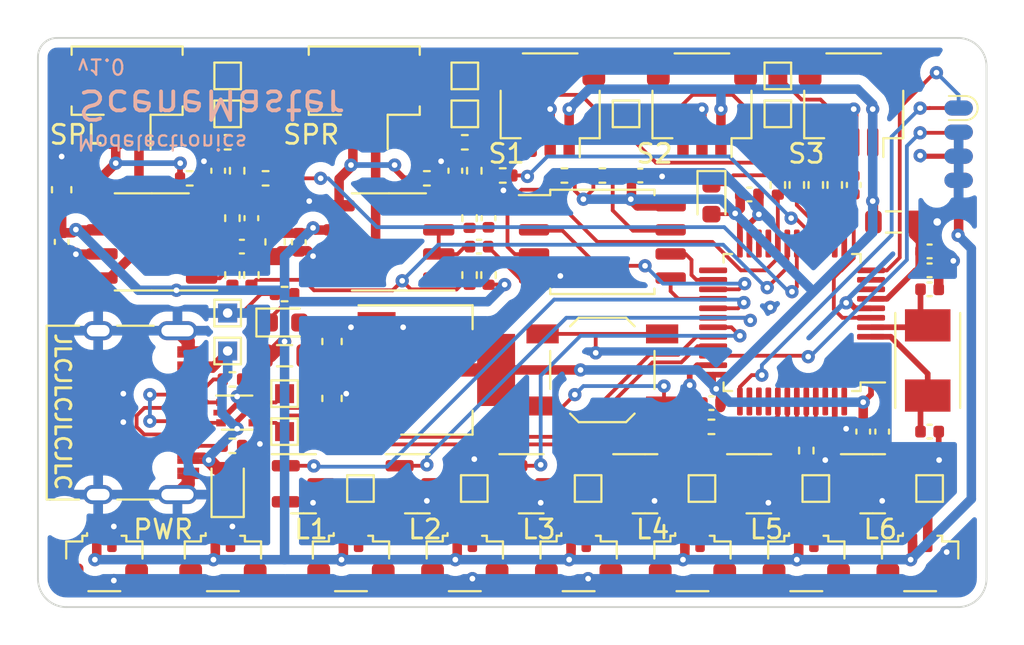
<source format=kicad_pcb>
(kicad_pcb (version 20211014) (generator pcbnew)
  (layers (0 "F.Cu" signal) (1 "In1.Cu" power) (2 "In2.Cu" power) (31 "B.Cu" jumper) (34 "B.Paste" user) (35 "F.Paste" user) (36 "B.SilkS" user "B.Silkscreen") (37 "F.SilkS" user "F.Silkscreen") (38 "B.Mask" user) (39 "F.Mask" user) (44 "Edge.Cuts" user))
  (net 0 "")
  (net 1 "/OSC_IN")
  (net 2 "GND")
  (net 3 "/OSC_OUT")
  (net 4 "+3V3")
  (net 5 "+3.3VA")
  (net 6 "Net-(C8-Pad1)")
  (net 7 "/Line_Out_L")
  (net 8 "Net-(C10-Pad1)")
  (net 9 "/Line_Out_R")
  (net 10 "Net-(C14-Pad1)")
  (net 11 "Net-(C15-Pad2)")
  (net 12 "+5V")
  (net 13 "/VBUS")
  (net 14 "Net-(D2-Pad1)")
  (net 15 "Net-(D3-Pad1)")
  (net 16 "Net-(J1-PadA5)")
  (net 17 "/D+")
  (net 18 "/D-")
  (net 20 "Net-(J1-PadB5)")
  (net 22 "Net-(J3-Pad2)")
  (net 23 "Net-(J4-Pad2)")
  (net 24 "Net-(J5-Pad2)")
  (net 25 "Net-(J6-Pad3)")
  (net 26 "Net-(J7-Pad3)")
  (net 27 "Net-(J8-Pad3)")
  (net 28 "Net-(J13-Pad2)")
  (net 29 "Net-(J14-Pad2)")
  (net 30 "Net-(J15-Pad2)")
  (net 31 "/LED1")
  (net 32 "/LED2")
  (net 33 "/LED6")
  (net 34 "/LED3")
  (net 35 "/LED4")
  (net 36 "/LED5")
  (net 37 "Net-(R3-Pad1)")
  (net 38 "/BUT0")
  (net 39 "Net-(R4-Pad1)")
  (net 40 "/PWM_AUDIO_L")
  (net 41 "Net-(R6-Pad1)")
  (net 42 "/PWM_AUDIO_R")
  (net 43 "Net-(R10-Pad1)")
  (net 44 "Net-(R11-Pad2)")
  (net 45 "/SPI_CS")
  (net 46 "/SWDIO")
  (net 47 "/SWCLK")
  (net 48 "/SENS1")
  (net 49 "/SENS2")
  (net 50 "/SENS3")
  (net 51 "/USB_DP")
  (net 52 "/MISO")
  (net 53 "/MOSI")
  (net 54 "/SCLK")
  (net 58 "/UART_TX")
  (net 59 "/UART_RX")
  (net 65 "/USB_EN")
  (net 66 "/USB_DN")
  (net 69 "Net-(R14-Pad1)")
  (net 71 "Net-(C18-Pad2)")
  (net 72 "Net-(R15-Pad1)")
  (net 73 "/MUTE")
  (net 74 "Net-(R20-Pad1)")
  (net 75 "Net-(C20-Pad2)")
  (net 76 "Net-(R22-Pad1)")
  (net 77 "Net-(R24-Pad1)")
  (net 78 "/SPK_R+")
  (net 79 "/SPK_L+")
  (net 80 "/SPK_R-")
  (net 81 "/SPK_L-")
  (footprint "Resistor_SMD:R_0402_1005Metric" (layer "F.Cu") (at 123.75 77.5 -90)
    (fp_text reference "R19" hide)
    (fp_text value "100k" hide)
  )
  (footprint "Diode_SMD:D_SOD-323" (layer "F.Cu") (at 110 88.75 90)
    (fp_text reference "D1" hide)
    (fp_text value "1N5819WS" hide)
  )
  (footprint "Capacitor_SMD:C_0402_1005Metric" (layer "F.Cu") (at 143 72.75 -90)
    (fp_text reference "C15" hide)
    (fp_text value "100n" hide)
  )
  (footprint "Package_SO:SOP-8_3.9x4.9mm_P1.27mm" (layer "F.Cu") (at 106 75.75 180)
    (fp_text reference "U6" hide)
    (fp_text value "8002B_D" hide)
  )
  (footprint "LED_SMD:LED_0603_1608Metric" (layer "F.Cu") (at 113 80)
    (fp_text reference "D3" hide)
    (fp_text value "LED Red" hide)
  )
  (footprint "ant:JST_SUR_SM02B-SURS-TF_1x02-1MP_P0.80mm_Horizontal" (layer "F.Cu") (at 122.5 92.75)
    (fp_text reference "J4" hide)
    (fp_text value "LED2" hide)
  )
  (footprint "TestPoint:TestPoint_Pad_1.0x1.0mm" (layer "F.Cu") (at 122.5 67)
    (fp_text reference "TP21" hide)
    (fp_text value "SPK_R+" hide)
  )
  (footprint "Resistor_SMD:R_0402_1005Metric" (layer "F.Cu") (at 112 72.4)
    (fp_text reference "R6" hide)
    (fp_text value "1k" hide)
  )
  (footprint "ant:JST_SUR_SM02B-SURS-TF_1x02-1MP_P0.80mm_Horizontal" (layer "F.Cu") (at 134.5 92.75)
    (fp_text reference "J14" hide)
    (fp_text value "LED4" hide)
  )
  (footprint "Package_SO:SOP-8_3.9x4.9mm_P1.27mm" (layer "F.Cu") (at 118.5 75.75 180)
    (fp_text reference "U5" hide)
    (fp_text value "8002B_D" hide)
  )
  (footprint "Capacitor_SMD:C_0402_1005Metric" (layer "F.Cu") (at 110.75 76 180)
    (fp_text reference "C20" hide)
    (fp_text value "2.2u" hide)
  )
  (footprint "TestPoint:TestPoint_Pad_1.0x1.0mm" (layer "F.Cu") (at 117 88.75)
    (fp_text reference "TP11" hide)
    (fp_text value "LED1" hide)
  )
  (footprint "ant:JST_SUR_SM02B-SURS-TF_1x02-1MP_P0.80mm_Horizontal" (layer "F.Cu") (at 140.5 92.75)
    (fp_text reference "J15" hide)
    (fp_text value "LED5" hide)
  )
  (footprint "Crystal:Crystal_SMD_TXC_7A-2Pin_5x3.2mm" (layer "F.Cu") (at 146.9 82 90)
    (fp_text reference "Y1" hide)
    (fp_text value "8MHz" hide)
  )
  (footprint "ant:JST_SUR_SM02B-SURS-TF_1x02-1MP_P0.80mm_Horizontal" (layer "F.Cu") (at 128.5 92.75)
    (fp_text reference "J13" hide)
    (fp_text value "LED3" hide)
  )
  (footprint "Inductor_SMD:L_0805_2012Metric" (layer "F.Cu") (at 145.1 74.7)
    (fp_text reference "FB1" hide)
    (fp_text value "100Ω@100MHz" hide)
  )
  (footprint "ant:JST_SUR_SM02B-SURS-TF_1x02-1MP_P0.80mm_Horizontal" (layer "F.Cu") (at 146.5 92.75)
    (fp_text reference "J5" hide)
    (fp_text value "LED6" hide)
  )
  (footprint "TestPoint:TestPoint_Pad_1.0x1.0mm" (layer "F.Cu") (at 110 67)
    (fp_text reference "TP22" hide)
    (fp_text value "SKP_L+" hide)
  )
  (footprint "TestPoint:TestPoint_Pad_1.0x1.0mm" (layer "F.Cu") (at 129 88.75)
    (fp_text reference "TP16" hide)
    (fp_text value "LED3" hide)
  )
  (footprint "TestPoint:TestPoint_THTPad_1.0x1.0mm_Drill0.5mm" (layer "F.Cu") (at 110 81.5)
    (fp_text reference "TP8" hide)
    (fp_text value "VBUS" hide)
  )
  (footprint "Capacitor_SMD:C_0603_1608Metric" (layer "F.Cu") (at 115.5 81 90)
    (fp_text reference "C16" hide)
    (fp_text value "22u" hide)
  )
  (footprint "Capacitor_SMD:C_0402_1005Metric" (layer "F.Cu") (at 101.25 75.75 90)
    (fp_text reference "C19" hide)
    (fp_text value "2.2u" hide)
  )
  (footprint "Resistor_SMD:R_0402_1005Metric" (layer "F.Cu") (at 124.5 72.25)
    (fp_text reference "R4" hide)
    (fp_text value "1k" hide)
  )
  (footprint "TestPoint:TestPoint_Pad_1.0x1.0mm" (layer "F.Cu") (at 139 67)
    (fp_text reference "TP10" hide)
    (fp_text value "SENS3" hide)
  )
  (footprint "TestPoint:TestPoint_Pad_1.0x1.0mm" (layer "F.Cu") (at 122.5 69)
    (fp_text reference "TP14" hide)
    (fp_text value "SPK_R-" hide)
  )
  (footprint "ant:JST_SH_SM03B-SRSS-TB_1x03-1MP_P1.00mm_Horizontal" (layer "F.Cu") (at 135 68.5 180)
    (fp_text reference "J8" hide)
    (fp_text value "Sensor2" hide)
  )
  (footprint "Capacitor_SMD:C_0603_1608Metric" (layer "F.Cu") (at 112.5 75.75 -90)
    (fp_text reference "C21" hide)
    (fp_text value "22u" hide)
  )
  (footprint "Resistor_SMD:R_0402_1005Metric" (layer "F.Cu") (at 123 72 -90)
    (fp_text reference "R8" hide)
    (fp_text value "75R" hide)
  )
  (footprint "TestPoint:TestPoint_Pad_1.0x1.0mm" (layer "F.Cu") (at 131 69)
    (fp_text reference "TP1" hide)
    (fp_text value "SENS1" hide)
  )
  (footprint "TestPoint:TestPoint_THTPad_1.0x1.0mm_Drill0.5mm" (layer "F.Cu") (at 110 79.5)
    (fp_text reference "TP9" hide)
    (fp_text value "GND" hide)
  )
  (footprint "Package_TO_SOT_SMD:SOT-23" (layer "F.Cu") (at 120 88.5)
    (fp_text reference "Q2" hide)
    (fp_text value "AO3400A" hide)
  )
  (footprint "Capacitor_SMD:C_0402_1005Metric" (layer "F.Cu") (at 122 72 90)
    (fp_text reference "C9" hide)
    (fp_text value "100n" hide)
  )
  (footprint "MountingHole:MountingHole_2.1mm" (layer "F.Cu") (at 101.4 90.3)
    (fp_text reference "REF**" hide)
    (fp_text value "MountingHole_2.1mm" hide)
  )
  (footprint "TestPoint:TestPoint_Pad_1.0x1.0mm" (layer "F.Cu") (at 139 69)
    (fp_text reference "TP2" hide)
    (fp_text value "SENS2" hide)
  )
  (footprint "Connector_Hirose:Hirose_DF13C_CL535-0402-2-51_1x02-1MP_P1.25mm_Vertical" (layer "F.Cu") (at 117.2 68.5 180)
    (fp_text reference "J2" hide)
    (fp_text value "SPK_R")
  )
  (footprint "Capacitor_SMD:C_0402_1005Metric" (layer "F.Cu") (at 137.5 73.25)
    (fp_text reference "C4" hide)
    (fp_text value "100n" hide)
  )
  (footprint "Capacitor_SMD:C_0402_1005Metric" (layer "F.Cu") (at 131.75 72.25)
    (fp_text reference "C13" hide)
    (fp_text value "100n" hide)
  )
  (footprint "Package_TO_SOT_SMD:SOT-223-3_TabPin2" (layer "F.Cu") (at 121 82.5)
    (fp_text reference "U3" hide)
    (fp_text value "AMS1117-3.3" hide)
  )
  (footprint "LED_SMD:LED_0603_1608Metric" (layer "F.Cu") (at 135.5 73.5 -90)
    (fp_text reference "D2" hide)
    (fp_text value "LED Blue" hide)
  )
  (footprint "Capacitor_SMD:C_0402_1005Metric" (layer "F.Cu") (at 123.75 74.5 -90)
    (fp_text reference "C8" hide)
    (fp_text value "2.2u" hide)
  )
  (footprint "ant:JST_SH_SM03B-SRSS-TB_1x03-1MP_P1.00mm_Horizontal" (layer "F.Cu") (at 143 68.5 180)
    (fp_text reference "J6" hide)
    (fp_text value "Sensor3" hide)
  )
  (footprint "Resistor_SMD:R_0402_1005Metric" (layer "F.Cu") (at 113 78.5)
    (fp_text reference "R13" hide)
    (fp_text value "1k" hide)
  )
  (footprint "TestPoint:TestPoint_Pad_1.0x1.0mm" (layer "F.Cu") (at 135 88.75)
    (fp_text reference "TP17" hide)
    (fp_text value "LED4" hide)
  )
  (footprint "Package_TO_SOT_SMD:SOT-666" (layer "F.Cu") (at 110.5 84.75)
    (fp_text reference "U1" hide)
    (fp_text value "USBLC6-2P6" hide)
  )
  (footprint "TestPoint:TestPoint_Pad_1.0x1.0mm" (layer "F.Cu") (at 113 83.75)
    (fp_text reference "TP6" hide)
    (fp_text value "D-" hide)
  )
  (footprint "Resistor_SMD:R_0402_1005Metric" (layer "F.Cu") (at 110.5 72 -90)
    (fp_text reference "R9" hide)
    (fp_text value "75R" hide)
  )
  (footprint "Inductor_SMD:L_0805_2012Metric" (layer "F.Cu") (at 113 81.75)
    (fp_text reference "FB2" hide)
    (fp_text value "100Ω@100MHz" hide)
  )
  (footprint "Package_TO_SOT_SMD:SOT-23" (layer "F.Cu") (at 114 88.5)
    (fp_text reference "Q1" hide)
    (fp_text value "AO3400A" hide)
  )
  (footprint "TestPoint:TestPoint_Pad_1.0x1.0mm" (layer "F.Cu") (at 141 88.75)
    (fp_text reference "TP18" hide)
    (fp_text value "LED5" hide)
  )
  (footprint "Capacitor_SMD:C_0402_1005Metric" (layer "F.Cu") (at 144.5 85.75 -90)
    (fp_text reference "C6" hide)
    (fp_text value "10u" hide)
  )
  (footprint "Package_SO:SOIC-8_5.275x5.275mm_P1.27mm" (layer "F.Cu") (at 129.75 75.75)
    (fp_text reference "U2" hide)
    (fp_text value "W25Q128JVS" hide)
  )
  (footprint "Capacitor_SMD:C_0402_1005Metric" (layer "F.Cu") (at 111.25 74.5 -90)
    (fp_text reference "C10" hide)
    (fp_text value "2.2u" hide)
  )
  (footprint "Connector_Hirose:Hirose_DF13C_CL535-0402-2-51_1x02-1MP_P1.25mm_Vertical" (layer "F.Cu") (at 104.7 68.5 180)
    (fp_text reference "J9" hide)
    (fp_text value "SPK_L")
  )
  (footprint "Package_QFP:LQFP-48_7x7mm_P0.5mm" (layer "F.Cu") (at 139.75 80 180)
    (fp_text reference "U4" hide)
    (fp_text value "STM32F103C8T6" hide)
  )
  (footprint "Resistor_SMD:R_0402_1005Metric" (layer "F.Cu") (at 140 72.75 90)
    (fp_text reference "R16" hide)
    (fp_text value "1k" hide)
  )
  (footprint "ant:SOIC_clipProgSmall" (layer "F.Cu") (at 149.2795 70.6 90)
    (fp_text reference "J10" hide)
    (fp_text value "Conn_01x08_Male" hide)
  )
  (footprint "Package_TO_SOT_SMD:SOT-23" (layer "F.Cu") (at 144 88.5)
    (fp_text reference "Q3" hide)
    (fp_text value "AO3400A" hide)
  )
  (footprint "Package_TO_SOT_SMD:SOT-23" (layer "F.Cu") (at 138 88.5)
    (fp_text reference "Q6" hide)
    (fp_text value "AO3400A" hide)
  )
  (footprint "ant:JST_SUR_SM02B-SURS-TF_1x02-1MP_P0.80mm_Horizontal" (layer "F.Cu") (at 103.5 92.75)
    (fp_text reference "J11" hide)
    (fp_text value "PowerIn" hide)
  )
  (footprint "Button_Switch_SMD:SW_SPST_TL3342" (layer "F.Cu") (at 129.75 82.5 180)
    (fp_text reference "SW1" hide)
    (fp_text value "BUT0" hide)
  )
  (footprint "Resistor_SMD:R_0402_1005Metric" (layer "F.Cu") (at 110 70.5)
    (fp_text reference "R7" hide)
    (fp_text value "1k" hide)
  )
  (footprint "Resistor_SMD:R_0402_1005Metric" (layer "F.Cu") (at 122.75 74.5 -90)
    (fp_text reference "R20" hide)
    (fp_text value "20k" hide)
  )
  (footprint "Resistor_SMD:R_0402_1005Metric" (layer "F.Cu") (at 110.25 83)
    (fp_text reference "R1" hide)
    (fp_text value "5k1" hide)
  )
  (footprint "Capacitor_SMD:C_0402_1005Metric" (layer "F.Cu") (at 147 77.25)
    (fp_text reference "C7" hide)
    (fp_text value "10n" hide)
  )
  (footprint "Capacitor_SMD:C_0402_1005Metric" (layer "F.Cu") (at 135.5 84.25 180)
    (fp_text reference "C3" hide)
    (fp_text value "100n" hide)
  )
  (footprint "TestPoint:TestPoint_Pad_1.0x1.0mm" (layer "F.Cu") (at 110 69)
    (fp_text reference "TP15" hide)
    (fp_text value "SKP_L-" hide)
  )
  (footprint "Resistor_SMD:R_0402_1005Metric" (layer "F.Cu") (at 110.25 77.5 -90)
    (fp_text reference "R23" hide)
    (fp_text value "100k" hide)
  )
  (footprint "Capacitor_SMD:C_0402_1005Metric" (layer "F.Cu") (at 147 85.75)
    (fp_text reference "C1" hide)
    (fp_text value "20p" hide)
  )
  (footprint "Resistor_SMD:R_0402_1005Metric" (layer "F.Cu") (at 135.5 85.5)
    (fp_text reference "R3" hide)
    (fp_text value "1k" hide)
  )
  (footprint "Resistor_SMD:R_0402_1005Metric" (layer "F.Cu") (at 110.25 86.5 180)
    (fp_text reference "R2" hide)
    (fp_text value "5k1" hide)
  )
  (footprint "Package_TO_SOT_SMD:SOT-23" (layer "F.Cu") (at 126 88.5)
    (fp_text reference "Q4" hide)
    (fp_text value "AO3400A" hide)
  )
  (footprint "Connector_USB:USB_C_Receptacle_XKB_U262-16XN-4BVC11" (layer "F.Cu") (at 104.25 84.75 -90)
    (fp_text reference "J1" hide)
    (fp_text value "TYPE-C-31-M-12" hide)
  )
  (footprint "Resistor_SMD:R_0402_1005Metric" (layer "F.Cu") (at 122.5 70.5)
    (fp_text reference "R5" hide)
    (fp_text value "1k" hide)
  )
  (footprint "Capacitor_SMD:C_0402_1005Metric" (layer "F.Cu") (at 147 76.25)
    (fp_text reference "C12" hide)
    (fp_text value "10u" hide)
  )
  (footprint "Resistor_SMD:R_0402_1005Metric" (layer "F.Cu") (at 127.75 72.25)
    (fp_text reference "R10" hide)
    (fp_text value "100k" hide)
  )
  (footprint "Capacitor_SMD:C_0402_1005Metric" (layer "F.Cu") (at 113.75 75.77 90)
    (fp_text reference "C17" hide)
    (fp_text value "2.2u" hide)
  )
  (footprint "Package_TO_SOT_SMD:SOT-23" (layer "F.Cu") (at 132 88.5)
    (fp_text reference "Q5" hide)
    (fp_text value "AO3400A" hide)
  )
  (footprint "TestPoint:TestPoint_Pad_1.0x1.0mm" (layer "F.Cu") (at 113 85.75)
    (fp_text reference "TP7" hide)
    (fp_text value "D+" hide)
  )
  (footprint "Resistor_SMD:R_0402_1005Metric" (layer "F.Cu") (at 111.25 77.5 -90)
    (fp_text reference "R22" hide)
    (fp_text value "1k" hide)
  )
  (footprint "Resistor_SMD:R_0402_1005Metric" (layer "F.Cu") (at 140.5 86.75 -90)
    (fp_text reference "R14" hide)
    (fp_text value "100k" hide)
  )
  (footprint "Resistor_SMD:R_0402_1005Metric" (layer "F.Cu") (at 108 72.4 180)
    (fp_text reference "R25" hide)
    (fp_text value "20k" hide)
  )
  (footprint "MountingHole:MountingHole_2.1mm" (layer "F.Cu") (at 148.6 66.4)
    (fp_text reference "REF**" hide)
    (fp_text value "MountingHole_2.1mm" hide)
  )
  (footprint "Resistor_SMD:R_0402_1005Metric" (layer "F.Cu") (at 142 72.75 90)
    (fp_text reference "R18" hide)
    (fp_text value "1k" hide)
  )
  (footprint "ant:JST_SH_SM03B-SRSS-TB_1x03-1MP_P1.00mm_Horizontal" (layer "F.Cu") (at 127 68.5 180)
    (fp_text reference "J7" hide)
    (fp_text value "Sensor1" hide)
  )
  (footprint "ant:JST_SUR_SM02B-SURS-TF_1x02-1MP_P0.80mm_Horizontal" (layer "F.Cu") (at 109.75 92.75)
    (fp_text reference "J12" hide)
    (fp_text value "PowerOut" hide)
  )
  (footprint "Resistor_SMD:R_0402_1005Metric" (layer "F.Cu") (at 141 72.75 90)
    (fp_text reference "R17" hide)
    (fp_text value "1k" hide)
  )
  (footprint "Capacitor_SMD:C_0402_1005Metric" (layer "F.Cu") (at 147 78.25)
    (fp_text reference "C2" hide)
    (fp_text value "20p" hide)
  )
  (footprint "Capacitor_SMD:C_0402_1005Metric" (layer "F.Cu") (at 109.5 72 90)
    (fp_text reference "C11" hide)
    (fp_text value "100n" hide)
  )
  (footprint "TestPoint:TestPoint_Pad_1.0x1.0mm" (layer "F.Cu") (at 123 88.75)
    (fp_text reference "TP12" hide)
    (fp_text value "LED2" hide)
  )
  (footprint "Capacitor_SMD:C_0402_1005Metric" (layer "F.Cu") (at 143.5 85.75 -90)
    (fp_text reference "C5" hide)
    (fp_text value "100n" hide)
  )
  (footprint "Resistor_SMD:R_0402_1005Metric" (layer "F.Cu") (at 122.75 77.5 -90)
    (fp_text reference "R15" hide)
    (fp_text value "1k" hide)
  )
  (footprint "Capacitor_SMD:C_0603_1608Metric" (layer "F.Cu") (at 101.25 73 90)
    (fp_text reference "C22" hide)
    (fp_text value "22u" hide)
  )
  (footprint "Resistor_SMD:R_0402_1005Metric" (layer "F.Cu") (at 120.5 72.4 180)
    (fp_text reference "R21" hide)
    (fp_text value "20k" hide)
  )
  (footprint "Capacitor_SMD:C_0402_1005Metric" (layer "F.Cu") (at 123.25 76 180)
    (fp_text reference "C18" hide)
    (fp_text value "2.2u" hide)
  )
  (footprint "Resistor_SMD:R_0402_1005Metric" (layer "F.Cu") (at 129.75 72.25)
    (fp_text reference "R11" hide)
    (fp_text value "100k" hide)
  )
  (footprint "Capacitor_SMD:C_0603_1608Metric" (layer "F.Cu") (at 115.5 84 90)
    (fp_text reference "C14" hide)
    (fp_text value "22u" hide)
  )
  (footprint "TestPoint:TestPoint_Pad_1.0x1.0mm" (layer "F.Cu") (at 147 88.75)
    (fp_text reference "TP13" hide)
    (fp_text value "LED6" hide)
  )
  (footprint "ant:JST_SUR_SM02B-SURS-TF_1x02-1MP_P0.80mm_Horizontal" (layer "F.Cu") (at 116.5 92.75)
    (fp_text reference "J3" hide)
    (fp_text value "LED1" hide)
  )
  (footprint "Resistor_SMD:R_0402_1005Metric" (layer "F.Cu") (at 110.25 74.5 -90)
    (fp_text reference "R24" hide)
    (fp_text value "20k" hide)
  )
  (footprint "Resistor_SMD:R_0402_1005Metric" (layer "F.Cu") (at 139 72.75 90)
    (fp_text reference "R12" hide)
    (fp_text value "1k" hide)
  )
  (gr_line (start 150 93.5) (end 150 66.5) (layer "Edge.Cuts") (width 0.1))
  (gr_line (start 148.5 65) (end 101 65) (layer "Edge.Cuts") (width 0.1))
  (gr_line (start 100 66) (end 100 93.5) (layer "Edge.Cuts") (width 0.1))
  (gr_arc (start 148.5 65) (mid 149.56066 65.43934) (end 150 66.5) (layer "Edge.Cuts") (width 0.1))
  (gr_arc (start 150 93.5) (mid 149.56066 94.56066) (end 148.5 95) (layer "Edge.Cuts") (width 0.1))
  (gr_arc (start 100 66) (mid 100.292893 65.292893) (end 101 65) (layer "Edge.Cuts") (width 0.1))
  (gr_line (start 101.5 95) (end 148.5 95) (layer "Edge.Cuts") (width 0.1))
  (gr_arc (start 101.5 95) (mid 100.43934 94.56066) (end 100 93.5) (layer "Edge.Cuts") (width 0.1))
  (gr_text "SceneMaster" (at 102 68.5 180) (layer "B.SilkS") (effects (font (size 1.5 1.5) (thickness 0.2)) (justify left mirror)))
  (gr_text "v1.0" (at 102 66.5 180) (layer "B.SilkS") (effects (font (size 0.8 0.8) (thickness 0.12)) (justify left mirror)))
  (gr_text "Modelectronics" (at 102 70.5 180) (layer "B.SilkS") (effects (font (size 0.8 0.8) (thickness 0.12)) (justify left mirror)))
  (gr_text "JLCJLCJLCJLC" (at 101.3 84.7 270) (layer "F.SilkS") (effects (font (size 0.8 0.8))))
  (segment (start 146.52 84.23) (end 146.52 85.75) (width 0.3) (layer "F.Cu") (net 1))
  (segment (start 146.9 82.7) (end 146.9 83.85) (width 0.3) (layer "F.Cu") (net 1))
  (segment (start 144.95 80.75) (end 146.9 82.7) (width 0.3) (layer "F.Cu") (net 1))
  (segment (start 143.9125 80.75) (end 144.95 80.75) (width 0.3) (layer "F.Cu") (net 1))
  (segment (start 146.9 83.85) (end 146.52 84.23) (width 0.3) (layer "F.Cu") (net 1))
  (segment (start 122 71.52) (end 121.27 71.52) (width 0.2) (layer "F.Cu") (net 2))
  (segment (start 138 73.27) (end 138 74.3) (width 0.5) (layer "F.Cu") (net 2))
  (segment (start 132.45 89.45) (end 132.5 89.4) (width 0.5) (layer "F.Cu") (net 2))
  (segment (start 117.85 80.2) (end 119.2 80.2) (width 0.7) (layer "F.Cu") (net 2))
  (segment (start 119.2 80.2) (end 119.25 80.25) (width 0.7) (layer "F.Cu") (net 2))
  (segment (start 114.5 76.5) (end 114.22 76.22) (width 0.5) (layer "F.Cu") (net 2))
  (segment (start 102.005 76.395) (end 103.375 76.395) (width 0.5) (layer "F.Cu") (net 2))
  (segment (start 147.48 76.73) (end 147.48 76.25) (width 0.5) (layer "F.Cu") (net 2))
  (segment (start 115.875 76.395) (end 114.605 76.395) (width 0.5) (layer "F.Cu") (net 2))
  (segment (start 143.074639 79.25) (end 143.9125 79.25) (width 0.3) (layer "F.Cu") (net 2))
  (segment (start 146.555479 71.235479) (end 148.439021 71.235479) (width 0.27) (layer "F.Cu") (net 2))
  (segment (start 131.5625 89.45) (end 132.45 89.45) (width 0.5) (layer "F.Cu") (net 2))
  (segment (start 143.5 86.23) (end 143.23 86.23) (width 0.5) (layer "F.Cu") (net 2))
  (segment (start 115.5 83.225) (end 115.725 83.225) (width 0.7) (layer "F.Cu") (net 2))
  (segment (start 148.4945 71.2) (end 148.5295 71.235) (width 0.2) (layer "F.Cu") (net 2))
  (segment (start 112.49 78.5) (end 111.75 78.5) (width 0.2) (layer "F.Cu") (net 2))
  (segment (start 107.92 87.901505) (end 107.92 87.931505) (width 0.3) (layer "F.Cu") (net 2))
  (segment (start 126.18548 77.70048) (end 127.38048 77.70048) (width 0.5) (layer "F.Cu") (net 2))
  (segment (start 103.9 90.85) (end 104 90.75) (width 0.5) (layer "F.Cu") (net 2))
  (segment (start 111.23 76.01) (end 111.985 76.01) (width 0.2) (layer "F.Cu") (net 2))
  (segment (start 109.5 71.52) (end 108.77 71.52) (width 0.2) (layer "F.Cu") (net 2))
  (segment (start 126.45 89.45) (end 126.5 89.5) (width 0.5) (layer "F.Cu") (net 2))
  (segment (start 111.6 86.5) (end 111.7 86.4) (width 0.2) (layer "F.Cu") (net 2))
  (segment (start 147.48 85.75) (end 147.48 87.23) (width 0.3) (layer "F.Cu") (net 2))
  (segment (start 110.5 84.294562) (end 110.5 83.9) (width 0.3) (layer "F.Cu") (net 2))
  (segment (start 111.75 78.5) (end 110.75 79.5) (width 0.2) (layer "F.Cu") (net 2))
  (segment (start 114.605 76.395) (end 114.5 76.5) (width 0.5) (layer "F.Cu") (net 2))
  (segment (start 107.92 81.4) (end 107.92 80.995) (width 0.7) (layer "F.Cu") (net 2))
  (segment (start 125.42048 77.70048) (end 126.18548 77.70048) (width 0.2) (layer "F.Cu") (net 2))
  (segment (start 129.4 81.6) (end 129.4 80.6) (width 0.2) (layer "F.Cu") (net 2))
  (segment (start 125.5625 89.45) (end 126.45 89.45) (width 0.5) (layer "F.Cu") (net 2))
  (segment (start 138.45 89.45) (end 138.5 89.5) (width 0.5) (layer "F.Cu") (net 2))
  (segment (start 147.48 87.23) (end 147.5 87.25) (width 0.3) (layer "F.Cu") (net 2))
  (segment (start 146.5 71.2) (end 146.545479 71.245479) (width 0.25) (layer "F.Cu") (net 2))
  (segment (start 110.76 86.5) (end 111.6 86.5) (width 0.2) (layer "F.Cu") (net 2))
  (segment (start 116.525 80.225) (end 116.5 80.25) (width 0.7) (layer "F.Cu") (net 2))
  (segment (start 107.92 88.1) (end 107.92 88.505) (width 0.7) (layer "F.Cu") (net 2))
  (segment (start 121.27 71.52) (end 121.25 71.5) (width 0.2) (layer "F.Cu") (net 2))
  (segment (start 147.5 76.75) (end 147.48 76.73) (width 0.5) (layer "F.Cu") (net 2))
  (segment (start 107.92 80.995) (end 107.355 80.43) (width 0.7) (layer "F.Cu") (net 2))
  (segment (start 143.23 86.23) (end 142.6 85.6) (width 0.5) (layer "F.Cu") (net 2))
  (segment (start 147.48 78.25) (end 147.48 77.25) (width 0.5) (layer "F.Cu") (net 2))
  (segment (start 114.45 89.45) (end 114.5 89.5) (width 0.5) (layer "F.Cu") (net 2))
  (segment (start 121.99 70.5) (end 121.99 71.51) (width 0.2) (layer "F.Cu") (net 2))
  (segment (start 135 70.25) (end 135 68.75) (width 0.5) (layer "F.Cu") (net 2))
  (segment (start 101.83 76.23) (end 101.25 76.23) (width 0.5) (layer "F.Cu") (net 2))
  (segment (start 134.749639 82.25) (end 134.355562 82.644077) (width 0.3) (layer "F.Cu") (net 2))
  (segment (start 119.5625 89.45) (end 120.45 89.45) (width 0.5) (layer "F.Cu") (net 2))
  (segment (start 110.75 79.5) (end 110 79.5) (width 0.2) (layer "F.Cu") (net 2))
  (segment (start 126.6 80.6) (end 129.4 80.6) (width 0.2) (layer "F.Cu") (net 2))
  (segment (start 143 72.27) (end 143 70.25) (width 0.2) (layer "F.Cu") (net 2))
  (segment (start 110.15 91.6) (end 110.15 90.85) (width 0.5) (layer "F.Cu") (net 2))
  (segment (start 120.45 89.45) (end 120.5 89.4) (width 0.5) (layer "F.Cu") (net 2))
  (segment (start 142 85.056427) (end 142.543573 85.6) (width 0.3) (layer "F.Cu") (net 2))
  (segment (start 142 84.1625) (end 142 85.056427) (width 0.3) (layer "F.Cu") (net 2))
  (segment (start 107.92 88.505) (end 107.355 89.07) (width 0.7) (layer "F.Cu") (net 2))
  (segment (start 111.985 76.01) (end 112.5 76.525) (width 0.2) (layer "F.Cu") (net 2))
  (segment (start 134.355562 82.644077) (end 134.355562 83.2995) (width 0.3) (layer "F.Cu") (net 2))
  (segment (start 110.76 83) (end 110.76 83.64) (width 0.2) (layer "F.Cu") (net 2))
  (segment (start 137.5 74.8) (end 138 74.3) (width 0.3) (layer "F.Cu") (net 2))
  (segment (start 132.25 72.29096) (end 132.25904 72.3) (width 0.5) (layer "F.Cu") (net 2))
  (segment (start 147.48 77.25) (end 147.48 76.73) (width 0.5) (layer "F.Cu") (net 2))
  (segment (start 143.5625 89.45) (end 144.45 89.45) (width 0.5) (layer "F.Cu") (net 2))
  (segment (start 135.5875 82.25) (end 134.749639 82.25) (width 0.3) (layer "F.Cu") (net 2))
  (segment (start 142.599999 78.964314) (end 142.788953 78.964314) (width 0.3) (layer "F.Cu") (net 2))
  (segment (start 137.5 75.8375) (end 137.5 74.8) (width 0.3) (layer "F.Cu") (net 2))
  (segment (start 127 70.25) (end 127 68.75) (width 0.5) (layer "F.Cu") (net 2))
  (segment (start 102 76.4) (end 102.005 76.395) (width 0.5) (layer "F.Cu") (net 2))
  (segment (start 140.51 87.25) (end 141.5 87.25) (width 0.2) (layer "F.Cu") (net 2))
  (segment (start 114.22 76.22) (end 112.805 76.22) (width 0.5) (layer "F.Cu") (net 2))
  (segment (start 113.5625 89.45) (end 114.45 89.45) (width 0.5) (layer "F.Cu") (net 2))
  (segment (start 129.4 80.6) (end 132.9 80.6) (width 0.2) (layer "F.Cu") (net 2))
  (segment (start 115.5 80.225) (end 116.525 80.225) (width 0.7) (layer "F.Cu") (net 2))
  (segment (start 110.044562 84.75) (end 110.5 84.294562) (width 0.3) (layer "F.Cu") (net 2))
  (segment (start 108.77 71.52) (end 108.75 71.5) (width 0.2) (layer "F.Cu") (net 2))
  (segment (start 123.73 76.01) (end 125.42048 77.70048) (width 0.2) (layer "F.Cu") (net 2))
  (segment (start 102 76.4) (end 101.83 76.23) (width 0.5) (layer "F.Cu") (net 2))
  (segment (start 142.788953 78.964314) (end 143.074639 79.25) (width 0.3) (layer "F.Cu") (net 2))
  (segment (start 112.805 76.22) (end 112.5 76.525) (width 0.5) (layer "F.Cu") (net 2))
  (segment (start 116.5 80.25) (end 117.8 80.25) (width 0.7) (layer "F.Cu") (net 2))
  (segment (start 110.76 83.64) (end 110.5 83.9) (width 0.2) (layer "F.Cu") (net 2))
  (segment (start 109.49 70.5) (end 109.49 71.51) (width 0.2) (layer "F.Cu") (net 2))
  (segment (start 110.15 90.85) (end 110.249998 90.75) (width 0.5) (layer "F.Cu") (net 2))
  (segment (start 142.543573 85.6) (end 142.6 85.6) (width 0.3) (layer "F.Cu") (net 2))
  (segment (start 109.824511 84.75) (end 110.044562 84.75) (width 0.3) (layer "F.Cu") (net 2))
  (segment (start 144.45 89.45) (end 144.5 89.4) (width 0.5) (layer "F.Cu") (net 2))
  (segment (start 134.355562 83.815562) (end 134.355562 83.2995) (width 0.5) (layer "F.Cu") (net 2))
  (segment (start 101.25 72.225) (end 101.25 71.25) (width 0.5) (layer "F.Cu") (net 2))
  (segment (start 148.25 76.75) (end 147.5 76.75) (width 0.5) (layer "F.Cu") (net 2))
  (segment (start 132.25904 72.3) (end 132.9 72.3) (width 0.5) (layer "F.Cu") (net 2))
  (segment (start 144.5 86.23) (end 143.5 86.23) (width 0.5) (layer "F.Cu") (net 2))
  (segment (start 103.9 91.6) (end 103.9 90.85) (width 0.5) (layer "F.Cu") (net 2))
  (segment (start 148.439021 71.235479) (end 148.449021 71.245479) (width 0.27) (layer "F.Cu") (net 2))
  (segment (start 115.725 83.225) (end 116.25 83.75) (width 0.7) (layer "F.Cu") (net 2))
  (segment (start 135.02 84.48) (end 134.355562 83.815562) (width 0.5) (layer "F.Cu") (net 2))
  (segment (start 143 70.25) (end 143 68.75) (width 0.5) (layer "F.Cu") (net 2))
  (segment (start 146.545479 71.245479) (end 146.555479 71.235479) (width 0.27) (layer "F.Cu") (net 2))
  (segment (start 127.38048 77.70048) (end 127.53548 77.54548) (width 0.5) (layer "F.Cu") (net 2))
  (segment (start 137.5625 89.45) (end 138.45 89.45) (width 0.5) (layer "F.Cu") (net 2))
  (segment (start 148.449021 71.245479) (end 148.4945 71.2) (width 0.25) (layer "F.Cu") (net 2))
  (via (at 147.5 87.25) (size 0.7) (drill 0.3) (layers "F.Cu" "B.Cu") (net 2))
  (via (at 123 87.2) (size 0.7) (drill 0.3) (layers "F.Cu" "B.Cu") (net 2))
  (via (at 104.5 85.25) (size 0.7) (drill 0.3) (layers "F.Cu" "B.Cu") (net 2))
  (via (at 132.9 72.3) (size 0.7) (drill 0.3) (layers "F.Cu" "B.Cu") (net 2))
  (via (at 116.25 83.75) (size 0.7) (drill 0.3) (layers "F.Cu" "B.Cu") (net 2))
  (via (at 132.5 89.4) (size 0.7) (drill 0.3) (layers "F.Cu" "B.Cu") (net 2))
  (via (at 126.5 89.5) (size 0.7) (drill 0.3) (layers "F.Cu" "B.Cu") (net 2))
  (via (at 120.5 89.4) (size 0.7) (drill 0.3) (layers "F.Cu" "B.Cu") (net 2))
  (via (at 138.5 89.5) (size 0.7) (drill 0.3) (layers "F.Cu" "B.Cu") (net 2))
  (via (at 114.3 73.6) (size 0.7) (drill 0.3) (layers "F.Cu" "B.Cu") (net 2))
  (via (at 110.249998 90.75) (size 0.7) (drill 0.3) (layers "F.Cu" "B.Cu") (net 2))
  (via (at 122.9 93.5) (size 0.7) (drill 0.3) (layers "F.Cu" "B.Cu") (net 2))
  (via (at 147.4 74.7) (size 0.8) (drill 0.4) (layers "F.Cu" "B.Cu") (net 2))
  (via (at 104.5 83.75) (size 0.7) (drill 0.3) (layers "F.Cu" "B.Cu") (net 2))
  (via (at 142.599999 78.964314) (size 0.7) (drill 0.3) (layers "F.Cu" "B.Cu") (net 2))
  (via (at 108.75 71.5) (size 0.7) (drill 0.3) (layers "F.Cu" "B.Cu") (net 2))
  (via (at 138 74.3) (size 0.7) (drill 0.3) (layers "F.Cu" "B.Cu") (net 2))
  (via (at 127.53548 77.54548) (size 0.7) (drill 0.3) (layers "F.Cu" "B.Cu") (net 2))
  (via (at 116.5 80.25) (size 0.7) (drill 0.3) (layers "F.Cu" "B.Cu") (net 2))
  (via (at 114.5 76.5) (size 0.7) (drill 0.3) (layers "F.Cu" "B.Cu") (net 2))
  (via (at 111.7 86.4) (size 0.7) (drill 0.3) (layers "F.Cu" "B.Cu") (net 2))
  (via (at 104 93.6) (size 0.7) (drill 0.3) (layers "F.Cu" "B.Cu") (net 2))
  (via (at 124.535356 73.035356) (size 0.7) (drill 0.3) (layers "F.Cu" "B.Cu") (net 2))
  (via (at 134.355562 83.2995) (size 0.7) (drill 0.3) (layers "F.Cu" "B.Cu") (net 2))
  (via (at 146.5 71.2) (size 0.7) (drill 0.3) (layers "F.Cu" "B.Cu") (net 2))
  (via (at 148.25 76.75) (size 0.7) (drill 0.3) (layers "F.Cu" "B.Cu") (net 2))
  (via (at 143 68.75) (size 0.7) (drill 0.3) (layers "F.Cu" "B.Cu") (net 2))
  (via (at 102 76.4) (size 0.7) (drill 0.3) (layers "F.Cu" "B.Cu") (net 2))
  (via (at 147.9 92.1) (size 0.7) (drill 0.3) (layers "F.Cu" "B.Cu") (net 2))
  (via (at 141.5 87.25) (size 0.7) (drill 0.3) (layers "F.Cu" "B.Cu") (net 2))
  (via (at 121.25 71.5) (size 0.7) (drill 0.3) (layers "F.Cu" "B.Cu") (net 2))
  (via (at 114.5 89.5) (size 0.7) (drill 0.3) (layers "F.Cu" "B.Cu") (net 2))
  (via (at 129.4 81.6) (size 0.7) (drill 0.3) (layers "F.Cu" "B.Cu") (net 2))
  (via (at 144.5 89.4) (size 0.7) (drill 0.3) (layers "F.Cu" "B.Cu") (net 2))
  (via (at 119.25 80.25) (size 0.7) (drill 0.3) (layers "F.Cu" "B.Cu") (net 2))
  (via (at 127 68.75) (size 0.7) (drill 0.3) (layers "F.Cu" "B.Cu") (net 2))
  (via (at 142.6 85.6) (size 0.7) (drill 0.3) (layers "F.Cu" "B.Cu") (net 2))
  (via (at 138.6 79.2) (size 0.7) (drill 0.3) (layers "F.Cu" "B.Cu") (net 2))
  (via (at 135 68.75) (size 0.7) (drill 0.3) (layers "F.Cu" "B.Cu") (net 2))
  (via (at 129 93.5) (size 0.7) (drill 0.3) (layers "F.Cu" "B.Cu") (net 2))
  (via (at 101.25 71.25) (size 0.7) (drill 0.3) (layers "F.Cu" "B.Cu") (net 2))
  (via (at 104 90.75) (size 0.7) (drill 0.3) (layers "F.Cu" "B.Cu") (net 2))
  (via (at 110.5 83.9) (size 0.7) (drill 0.3) (layers "F.Cu" "B.Cu") (net 2))
  (segment (start 148.5295 73.5705) (end 148.5295 72.505) (width 0.5) (layer "B.Cu") (net 2))
  (segment (start 147.4 74.7) (end 148.5295 73.5705) (width 0.5) (layer "B.Cu") (net 2))
  (segment (start 146.8 80.25) (end 146.9 80.15) (width 0.3) (layer "F.Cu") (net 3))
  (segment (start 146.52 79.77) (end 146.52 78.25) (width 0.3) (layer "F.Cu") (net 3))
  (segment (start 143.9125 80.25) (end 146.8 80.25) (width 0.3) (layer "F.Cu") (net 3))
  (segment (start 146.9 80.15) (end 146.52 79.77) (width 0.3) (layer "F.Cu") (net 3))
  (segment (start 136.7125 74.2875) (end 136.75 74.25) (width 0.2) (layer "F.Cu") (net 4))
  (segment (start 124.15 82.5) (end 128.6 82.5) (width 0.5) (layer "F.Cu") (net 4))
  (segment (start 136 70.25) (end 136 68.75) (width 0.5) (layer "F.Cu") (net 4))
  (segment (start 144 70.25) (end 144 68.75) (width 0.5) (layer "F.Cu") (net 4))
  (segment (start 129.27548 72.97452) (end 128.75 73.5) (width 0.2) (layer "F.Cu") (net 4))
  (segment (start 143.4625 84.1625) (end 143.5 84.2) (width 0.3) (layer "F.Cu") (net 4))
  (segment (start 144.5 85.27) (end 143.5 85.27) (width 0.5) (layer "F.Cu") (net 4))
  (segment (start 144.0375 74.7) (end 144.0375 73.6375) (width 0.5) (layer "F.Cu") (net 4))
  (segment (start 135.98 84.48) (end 135.98 83.73) (width 0.5) (layer "F.Cu") (net 4))
  (segment (start 137.02 73.25) (end 137.02 73.98) (width 0.5) (layer "F.Cu") (net 4))
  (segment (start 135.5875 82.75) (end 135.5875 83.3375) (width 0.3) (layer "F.Cu") (net 4))
  (segment (start 143.9125 82.75) (end 143.9125 83.7875) (width 0.3) (layer "F.Cu") (net 4))
  (segment (start 115.5 81.775) (end 115.870336 81.775) (width 0.7) (layer "F.Cu") (net 4))
  (segment (start 133.35 73.855) (end 131.605 73.855) (width 0.5) (layer "F.Cu") (net 4))
  (segment (start 131.28548 72.29548) (end 131.28548 73.46452) (width 0.5) (layer "F.Cu") (net 4))
  (segment (start 142.5 84.1625) (end 143.4625 84.1625) (width 0.3) (layer "F.Cu") (net 4))
  (segment (start 144.0375 73.6375) (end 144 73.6) (width 0.5) (layer "F.Cu") (net 4))
  (segment (start 128.29548 73.04548) (end 128.75 73.5) (width 0.2) (layer "F.Cu") (net 4))
  (segment (start 116.5 82.5) (end 117.85 82.5) (width 0.7) (layer "F.Cu") (net 4))
  (segment (start 137 74.5) (end 136.75 74.25) (width 0.3) (layer "F.Cu") (net 4))
  (segment (start 128 70.25) (end 128 68.75) (width 0.5) (layer "F.Cu") (net 4))
  (segment (start 116.5 82.404664) (end 116.5 82.5) (width 0.7) (layer "F.Cu") (net 4))
  (segment (start 137.02 73.98) (end 136.75 74.25) (width 0.5) (layer "F.Cu") (net 4))
  (segment (start 128.29548 72.29548) (end 128.29548 73.04548) (width 0.2) (layer "F.Cu") (net 4))
  (segment (start 135.5 74.2875) (end 136.7125 74.2875) (width 0.2) (layer "F.Cu") (net 4))
  (segment (start 135.98 83.73) (end 135.75 83.5) (width 0.5) (layer "F.Cu") (net 4))
  (segment (start 143.5 85.27) (end 143.5 84.2) (width 0.5) (layer "F.Cu") (net 4))
  (segment (start 129.27548 72.29548) (end 129.27548 72.97452) (width 0.2) (layer "F.Cu") (net 4))
  (segment (start 115.870336 81.775) (end 116.5 82.404664) (width 0.7) (layer "F.Cu") (net 4))
  (segment (start 113.7875 80) (end 115.5 81.7125) (width 0.2) (layer "F.Cu") (net 4))
  (segment (start 135.5875 83.3375) (end 135.98 83.73) (width 0.3) (layer "F.Cu") (net 4))
  (segment (start 143.9125 83.7875) (end 143.5 84.2) (width 0.3) (layer "F.Cu") (net 4))
  (segment (start 137 75.8375) (end 137 74.5) (width 0.3) (layer "F.Cu") (net 4))
  (segment (start 131.28548 73.46452) (end 131.25 73.5) (width 0.5) (layer "F.Cu") (net 4))
  (segment (start 117.85 82.5) (end 123.15 82.5) (width 0.7) (layer "F.Cu") (net 4))
  (segment (start 131.605 73.855) (end 131.25 73.5) (width 0.5) (layer "F.Cu") (net 4))
  (via (at 136.75 74.25) (size 0.7) (drill 0.3) (layers "F.Cu" "B.Cu") (net 4))
  (via (at 128.6 82.5) (size 0.7) (drill 0.3) (layers "F.Cu" "B.Cu") (net 4))
  (via (at 131.25 73.5) (size 0.7) (drill 0.3) (layers "F.Cu" "B.Cu") (net 4))
  (via (at 144 73.6) (size 0.7) (drill 0.3) (layers "F.Cu" "B.Cu") (net 4))
  (via (at 144 68.75) (size 0.7) (drill 0.3) (layers "F.Cu" "B.Cu") (net 4))
  (via (at 135.75 83.5) (size 0.7) (drill 0.3) (layers "F.Cu" "B.Cu") (net 4))
  (via (at 128 68.75) (size 0.7) (drill 0.3) (layers "F.Cu" "B.Cu") (net 4))
  (via (at 128.75 73.5) (size 0.7) (drill 0.3) (layers "F.Cu" "B.Cu") (net 4))
  (via (at 136 68.75) (size 0.7) (drill 0.3) (layers "F.Cu" "B.Cu") (net 4))
  (via (at 143.5 84.2) (size 0.7) (drill 0.3) (layers "F.Cu" "B.Cu") (net 4))
  (segment (start 144 75.25) (end 135.75 83.5) (width 0.5) (layer "B.Cu") (net 4))
  (segment (start 128.75 73.5) (end 131.25 73.5) (width 0.5) (layer "B.Cu") (net 4))
  (segment (start 136 68.75) (end 136 67.75) (width 0.5) (layer "B.Cu") (net 4))
  (segment (start 136.75 74.25) (end 140.8 78.3) (width 0.5) (layer "B.Cu") (net 4))
  (segment (start 135.75 83.5) (end 136.45 84.2) (width 0.5) (layer "B.Cu") (net 4))
  (segment (start 134.75 82.5) (end 128.6 82.5) (width 0.5) (layer "B.Cu") (net 4))
  (segment (start 144 68.75) (end 144 74.9) (width 0.5) (layer "B.Cu") (net 4))
  (segment (start 136.45 84.2) (end 143.5 84.2) (width 0.5) (layer "B.Cu") (net 4))
  (segment (start 135.75 83.5) (end 134.75 82.5) (width 0.5) (layer "B.Cu") (net 4))
  (segment (start 144 68.75) (end 144 68.5) (width 0.5) (layer "B.Cu") (net 4))
  (segment (start 144 74.9) (end 144 75.25) (width 0.5) (layer "B.Cu") (net 4))
  (segment (start 129.05 67.7) (end 128 68.75) (width 0.5) (layer "B.Cu") (net 4))
  (segment (start 136 73.5) (end 131.25 73.5) (width 0.5) (layer "B.Cu") (net 4))
  (segment (start 143.2 67.7) (end 129.05 67.7) (width 0.5) (layer "B.Cu") (net 4))
  (segment (start 144 68.5) (end 143.2 67.7) (width 0.5) (layer "B.Cu") (net 4))
  (segment (start 136.75 74.25) (end 136 73.5) (width 0.5) (layer "B.Cu") (net 4))
  (segment (start 146.250361 77.25) (end 146.5 77.25) (width 0.3) (layer "F.Cu") (net 5))
  (segment (start 146.52 75.72) (end 146.52 76.25) (width 0.5) (layer "F.Cu") (net 5))
  (segment (start 144.750361 78.75) (end 146.250361 77.25) (width 0.3) (layer "F.Cu") (net 5))
  (segment (start 146.1625 75.3625) (end 146.52 75.72) (width 0.5) (layer "F.Cu") (net 5))
  (segment (start 146.1625 74.7) (end 146.1625 75.3625) (width 0.5) (layer "F.Cu") (net 5))
  (segment (start 143.9125 78.75) (end 144.750361 78.75) (width 0.3) (layer "F.Cu") (net 5))
  (segment (start 146.5 76.27) (end 146.5 77.25) (width 0.5) (layer "F.Cu") (net 5))
  (segment (start 123 73.28) (end 123.75 74.03) (width 0.2) (layer "F.Cu") (net 6))
  (segment (start 123 72.51) (end 122.03 72.51) (width 0.2) (layer "F.Cu") (net 6))
  (segment (start 123 72.51) (end 123 73.28) (width 0.2) (layer "F.Cu") (net 6))
  (segment (start 110.25 75.02) (end 111.22 75.02) (width 0.2) (layer "F.Cu") (net 7))
  (segment (start 111.25 74.02) (end 111.25 73.65) (width 0.2) (layer "F.Cu") (net 8))
  (segment (start 111.25 73.65) (end 110.5 72.9) (width 0.2) (layer "F.Cu") (net 8))
  (segment (start 110.5 72.9) (end 110.5 72.51) (width 0.2) (layer "F.Cu") (net 8))
  (segment (start 110.5 72.51) (end 109.53 72.51) (width 0.2) (layer "F.Cu") (net 8))
  (segment (start 123.75 74.99) (end 122.78 74.99) (width 0.2) (layer "F.Cu") (net 9))
  (segment (start 114.299511 83.594847) (end 115.504664 84.8) (width 0.7) (layer "F.Cu") (net 10))
  (segment (start 114.0625 81.75) (end 114.299511 81.987011) (width 0.7) (layer "F.Cu") (net 10))
  (segment (start 114.299511 81.987011) (end 114.299511 83.594847) (width 0.7) (layer "F.Cu") (net 10))
  (segment (start 115.504664 84.8) (end 117.85 84.8) (width 0.7) (layer "F.Cu") (net 10))
  (segment (start 142.402838 79.75) (end 141.950499 79.297661) (width 0.2) (layer "F.Cu") (net 11))
  (segment (start 142.354152 77.250499) (end 143 76.604651) (width 0.2) (layer "F.Cu") (net 11))
  (segment (start 143.9125 79.75) (end 142.402838 79.75) (width 0.2) (layer "F.Cu") (net 11))
  (segment (start 141.950499 77.630967) (end 142.330967 77.250499) (width 0.2) (layer "F.Cu") (net 11))
  (segment (start 142.330967 77.250499) (end 142.354152 77.250499) (width 0.2) (layer "F.Cu") (net 11))
  (segment (start 141.950499 79.297661) (end 141.950499 77.630967) (width 0.2) (layer "F.Cu") (net 11))
  (segment (start 143 76.604651) (end 143 73.23) (width 0.2) (layer "F.Cu") (net 11))
  (segment (start 128.1 92.4) (end 128 92.5) (width 0.5) (layer "F.Cu") (net 12))
  (segment (start 102.025 75.125) (end 103.375 75.125) (width 0.5) (layer "F.Cu") (net 12))
  (segment (start 101.25 73.775) (end 101.25 75.27) (width 0.5) (layer "F.Cu") (net 12))
  (segment (start 101.83 75.27) (end 101.25 75.27) (width 0.5) (layer "F.Cu") (net 12))
  (segment (start 110.25 78.01) (end 109.96 78.3) (width 0.2) (layer "F.Cu") (net 12))
  (segment (start 114.615 75.125) (end 114.5 75.01) (width 0.5) (layer "F.Cu") (net 12))
  (segment (start 140.1 92.4) (end 140 92.5) (width 0.5) (layer "F.Cu") (net 12))
  (segment (start 123.77 78) (end 123.75 78.02) (width 0.2) (layer "F.Cu") (net 12))
  (segment (start 124.6 78) (end 123.77 78) (width 0.2) (layer "F.Cu") (net 12))
  (segment (start 102 75.1) (end 101.83 75.27) (width 0.5) (layer "F.Cu") (net 12))
  (segment (start 146.1 92.4) (end 146 92.5) (width 0.5) (layer "F.Cu") (net 12))
  (segment (start 110 89.8) (end 109.6 89.8) (width 0.5) (layer "F.Cu") (net 12))
  (segment (start 109.35 92.4) (end 109.25 92.5) (width 0.5) (layer "F.Cu") (net 12))
  (segment (start 109.35 91.6) (end 109.35 92.4) (width 0.5) (layer "F.Cu") (net 12))
  (segment (start 148.5 75.4) (end 148.5295 75.3705) (width 0.5) (layer "F.Cu") (net 12))
  (segment (start 103.1 92.4) (end 103 92.5) (width 0.5) (layer "F.Cu") (net 12))
  (segment (start 109.6 89.8) (end 109.35 90.05) (width 0.5) (layer "F.Cu") (net 12))
  (segment (start 115.875 75.125) (end 114.615 75.125) (width 0.5) (layer "F.Cu") (net 12))
  (segment (start 114.22 75.29) (end 112.815 75.29) (width 0.5) (layer "F.Cu") (net 12))
  (segment (start 111.9375 81.75) (end 112.25 81.75) (width 0.7) (layer "F.Cu") (net 12))
  (segment (start 148.5295 75.3705) (end 148.5295 72.505) (width 0.5) (layer "F.Cu") (net 12))
  (segment (start 109.96 78.3) (end 107.3 78.3) (width 0.2) (layer "F.Cu") (net 12))
  (segment (start 114.5 75.01) (end 114.22 75.29) (width 0.5) (layer "F.Cu") (net 12))
  (segment (start 134.1 91.6) (end 134.1 92.4) (width 0.5) (layer "F.Cu") (net 12))
  (segment (start 109.35 90.05) (end 109.35 91.6) (width 0.5) (layer "F.Cu") (net 12))
  (segment (start 112.815 75.29) (end 112.5 74.975) (width 0.5) (layer "F.Cu") (net 12))
  (segment (start 116.1 92.4) (end 116 92.5) (width 0.5) (layer "F.Cu") (net 12))
  (segment (start 112.25 81.75) (end 113 81) (width 0.7) (layer "F.Cu") (net 12))
  (segment (start 134.1 92.4) (end 134 92.5) (width 0.5) (layer "F.Cu") (net 12))
  (segment (start 122.1 92.4) (end 122 92.5) (width 0.5) (layer "F.Cu") (net 12))
  (segment (start 122.1 91.6) (end 122.1 92.4) (width 0.5) (layer "F.Cu") (net 12))
  (segment (start 103.1 91.6) (end 103.1 92.4) (width 0.5) (layer "F.Cu") (net 12))
  (segment (start 116.1 91.6) (end 116.1 92.4) (width 0.5) (layer "F.Cu") (net 12))
  (segment (start 140.1 91.6) (end 140.1 92.4) (width 0.5) (layer "F.Cu") (net 12))
  (segment (start 128.1 91.6) (end 128.1 92.4) (width 0.5) (layer "F.Cu") (net 12))
  (segment (start 146.1 91.6) (end 146.1 92.4) (width 0.5) (layer "F.Cu") (net 12))
  (segment (start 102 75.1) (end 102.025 75.125) (width 0.5) (layer "F.Cu") (net 12))
  (via (at 116 92.5) (size 0.7) (drill 0.3) (layers "F.Cu" "B.Cu") (net 12))
  (via (at 113 81) (size 0.7) (drill 0.3) (layers "F.Cu" "B.Cu") (net 12))
  (via (at 109.25 92.5) (size 0.7) (drill 0.3) (layers "F.Cu" "B.Cu") (net 12))
  (via (at 148.5 75.4) (size 0.7) (drill 0.3) (layers "F.Cu" "B.Cu") (net 12))
  (via (at 140 92.5) (size 0.7) (drill 0.3) (layers "F.Cu" "B.Cu") (net 12))
  (via (at 102 75.1) (size 0.7) (drill 0.3) (layers "F.Cu" "B.Cu") (net 12))
  (via (at 122 92.5) (size 0.7) (drill 0.3) (layers "F.Cu" "B.Cu") (net 12))
  (via (at 128 92.5) (size 0.7) (drill 0.3) (layers "F.Cu" "B.Cu") (net 12))
  (via (at 134 92.5) (size 0.7) (drill 0.3) (layers "F.Cu" "B.Cu") (net 12))
  (via (at 107.3 78.3) (size 0.7) (drill 0.3) (layers "F.Cu" "B.Cu") (net 12))
  (via (at 114.5 75.01) (size 0.7) (drill 0.3) (layers "F.Cu" "B.Cu") (net 12))
  (via (at 103 92.5) (size 0.7) (drill 0.3) (layers "F.Cu" "B.Cu") (net 12))
  (via (at 146 92.5) (size 0.7) (drill 0.3) (layers "F.Cu" "B.Cu") (net 12))
  (via (at 124.6 78) (size 0.7) (drill 0.3) (layers "F.Cu" "B.Cu") (net 12))
  (segment (start 102 75.1) (end 102.1 75.1) (width 0.5) (layer "B.Cu") (net 12))
  (segment (start 148.5 75.4) (end 149.2 76.1) (width 0.5) (layer "B.Cu") (net 12))
  (segment (start 123.7 78.9) (end 113 78.9) (width 0.5) (layer "B.Cu") (net 12))
  (segment (start 102.1 75.1) (end 105.3 78.3) (width 0.5) (layer "B.Cu") (net 12))
  (segment (start 149.2 89.3) (end 146 92.5) (width 0.5) (layer "B.Cu") (net 12))
  (segment (start 149.2 76.1) (end 149.2 89.3) (width 0.5) (layer "B.Cu") (net 12))
  (segment (start 140 92.5) (end 146 92.5) (width 0.5) (layer "B.Cu") (net 12))
  (segment (start 113 78.2) (end 113 76.51) (width 0.5) (layer "B.Cu") (net 12))
  (segment (start 122 92.5) (end 128 92.5) (width 0.5) (layer "B.Cu") (net 12))
  (segment (start 102 75.1) (end 102 75.16) (width 0.5) (layer "B.Cu") (net 12))
  (segment (start 113 81) (end 113 92.5) (width 0.5) (layer "B.Cu") (net 12))
  (segment (start 109.3 92.5) (end 113 92.5) (width 0.5) (layer "B.Cu") (net 12))
  (segment (start 105.3 78.3) (end 107.3 78.3) (width 0.5) (layer "B.Cu") (net 12))
  (segment (start 107.3 78.3) (end 112.9 78.3) (width 0.5) (layer "B.Cu") (net 12))
  (segment (start 113 78.9) (end 113 78.3) (width 0.5) (layer "B.Cu") (net 12))
  (segment (start 113 76.51) (end 114.5 75.01) (width 0.5) (layer "B.Cu") (net 12))
  (segment (start 124.6 78) (end 123.7 78.9) (width 0.5) (layer "B.Cu") (net 12))
  (segment (start 116 92.5) (end 122 92.5) (width 0.5) (layer "B.Cu") (net 12))
  (segment (start 134 92.5) (end 128 92.5) (width 0.5) (layer "B.Cu") (net 12))
  (segment (start 102 75.16) (end 102.01 75.17) (width 0.5) (layer "B.Cu") (net 12))
  (segment (start 109.3 92.5) (end 109.25 92.5) (width 0.5) (layer "B.Cu") (net 12))
  (segment (start 109.3 92.5) (end 103 92.5) (width 0.5) (layer "B.Cu") (net 12))
  (segment (start 113 81) (end 113 78.2) (width 0.5) (layer "B.Cu") (net 12))
  (segment (start 112.9 78.3) (end 113 78.2) (width 0.5) (layer "B.Cu") (net 12))
  (segment (start 140 92.5) (end 134 92.5) (width 0.5) (layer "B.Cu") (net 12))
  (segment (start 113 92.5) (end 116 92.5) (width 0.5) (layer "B.Cu") (net 12))
  (segment (start 110.5 85.2) (end 110.5 85.6) (width 0.3) (layer "F.Cu") (net 13))
  (segment (start 109 87.25) (end 109.45 87.7) (width 0.7) (layer "F.Cu") (net 13))
  (segment (start 110.95 84.75) (end 110.5 85.2) (width 0.3) (layer "F.Cu") (net 13))
  (segment (start 108.75 87) (end 109 87.25) (width 0.3) (layer "F.Cu") (net 13))
  (segment (start 109.45 87.7) (end 110 87.7) (width 0.7) (layer "F.Cu") (net 13))
  (segment (start 107.92 87) (end 108.75 87) (width 0.3) (layer "F.Cu") (net 13))
  (segment (start 109.3 82.2) (end 107.92 82.2) (width 0.3) (layer "F.Cu") (net 13))
  (segment (start 107.92 87.3) (end 108.95 87.3) (width 0.3) (layer "F.Cu") (net 13))
  (segment (start 111.425 84.75) (end 110.95 84.75) (width 0.3) (layer "F.Cu") (net 13))
  (segment (start 108.95 87.3) (end 109 87.25) (width 0.3) (layer "F.Cu") (net 13))
  (segment (start 109.234786 82.5) (end 109.484786 82.25) (width 0.3) (layer "F.Cu") (net 13))
  (segment (start 109.25 82.343364) (end 110 81.593364) (width 0.5) (layer "F.Cu") (net 13))
  (segment (start 107.92 82.5) (end 109.234786 82.5) (width 0.3) (layer "F.Cu") (net 13))
  (via (at 110.5 85.6) (size 0.7) (drill 0.3) (layers "F.Cu" "B.Cu") (net 13))
  (via (at 109 87.25) (size 0.7) (drill 0.3) (layers "F.Cu" "B.Cu") (net 13))
  (segment (start 109 87.25) (end 109 87.1) (width 0.5) (layer "B.Cu") (net 13))
  (segment (start 110 82.8) (end 110 81.5) (width 0.5) (layer "B.Cu") (net 13))
  (segment (start 109 87.1) (end 110.5 85.6) (width 0.5) (layer "B.Cu") (net 13))
  (segment (start 110.5 85.6) (end 109.700489 84.800489) (width 0.5) (layer "B.Cu") (net 13))
  (segment (start 109.700489 84.800489) (end 109.700489 83.099511) (width 0.5) (layer "B.Cu") (net 13))
  (segment (start 109.700489 83.099511) (end 110 82.8) (width 0.5) (layer "B.Cu") (net 13))
  (segment (start 136.1875 72.7125) (end 135.5 72.7125) (width 0.2) (layer "F.Cu") (net 14))
  (segment (start 139 72.24) (end 136.66 72.24) (width 0.2) (layer "F.Cu") (net 14))
  (segment (start 136.66 72.24) (end 136.1875 72.7125) (width 0.2) (layer "F.Cu") (net 14))
  (segment (start 113.51 78.5) (end 112.2125 79.7975) (width 0.2) (layer "F.Cu") (net 15))
  (segment (start 112.2125 79.7975) (end 112.2125 80) (width 0.2) (layer "F.Cu") (net 15))
  (segment (start 109.25 83) (end 109.701505 83) (width 0.2) (layer "F.Cu") (net 16))
  (segment (start 108.75 83.5) (end 109.25 83) (width 0.2) (layer "F.Cu") (net 16))
  (segment (start 107.92 83.5) (end 108.75 83.5) (width 0.2) (layer "F.Cu") (net 16))
  (segment (start 105.610755 84.5) (end 107.92 84.5) (width 0.2) (layer "F.Cu") (net 17))
  (segment (start 105.6 85.9) (end 106.85424 85.9) (width 0.2) (layer "F.Cu") (net 17))
  (segment (start 105.610755 84.5) (end 105.200499 84.910256) (width 0.2) (layer "F.Cu") (net 17))
  (segment (start 107.92 85.5) (end 108.718261 85.5) (width 0.2) (layer "F.Cu") (net 17))
  (segment (start 107.25424 85.5) (end 107.92 85.5) (width 0.2) (layer "F.Cu") (net 17))
  (segment (start 105.200499 84.910256) (end 105.200499 85.500499) (width 0.2) (layer "F.Cu") (net 17))
  (segment (start 105.200499 85.500499) (end 105.6 85.9) (width 0.2) (layer "F.Cu") (net 17))
  (segment (start 106.85424 85.9) (end 107.25424 85.5) (width 0.2) (layer "F.Cu") (net 17))
  (segment (start 108.718261 85.5) (end 108.930761 85.2875) (width 0.2) (layer "F.Cu") (net 17))
  (segment (start 108.930761 85.2875) (end 109.65 85.2875) (width 0.2) (layer "F.Cu") (net 17))
  (segment (start 108.962011 84.2125) (end 108.749511 84) (width 0.2) (layer "F.Cu") (net 18))
  (segment (start 108.749511 84) (end 107.92 84) (width 0.2) (layer "F.Cu") (net 18))
  (segment (start 109.65 84.2125) (end 108.962011 84.2125) (width 0.2) (layer "F.Cu") (net 18))
  (segment (start 106.989245 85.2) (end 107.189245 85) (width 0.2) (layer "F.Cu") (net 18))
  (segment (start 107.189245 85) (end 107.92 85) (width 0.2) (layer "F.Cu") (net 18))
  (segment (start 107.189245 84) (end 106.989245 83.8) (width 0.2) (layer "F.Cu") (net 18))
  (segment (start 105.9 85.2) (end 106.989245 85.2) (width 0.2) (layer "F.Cu") (net 18))
  (segment (start 106.989245 83.8) (end 105.9 83.8) (width 0.2) (layer "F.Cu") (net 18))
  (segment (start 107.92 84) (end 107.189245 84) (width 0.2) (layer "F.Cu") (net 18))
  (via (at 105.9 83.8) (size 0.7) (drill 0.3) (layers "F.Cu" "B.Cu") (net 18))
  (via (at 105.9 85.2) (size 0.7) (drill 0.3) (layers "F.Cu" "B.Cu") (net 18))
  (segment (start 105.9 83.8) (end 105.9 85.2) (width 0.2) (layer "B.Cu") (net 18))
  (segment (start 107.92 86.5) (end 109.74 86.5) (width 0.2) (layer "F.Cu") (net 20))
  (segment (start 116.9 88.85) (end 116.9 91.6) (width 0.5) (layer "F.Cu") (net 22))
  (segment (start 114.9375 88.5) (end 116.75 88.5) (width 0.5) (layer "F.Cu") (net 22))
  (segment (start 122.9 88.85) (end 122.9 91.6) (width 0.5) (layer "F.Cu") (net 23))
  (segment (start 120.9375 88.5) (end 122.75 88.5) (width 0.5) (layer "F.Cu") (net 23))
  (segment (start 146.75 88.5) (end 145.4375 88.5) (width 0.5) (layer "F.Cu") (net 24))
  (segment (start 146.9 91.6) (end 146.9 88.85) (width 0.5) (layer "F.Cu") (net 24))
  (segment (start 140.25 68.25) (end 139 67) (width 0.2) (layer "F.Cu") (net 25))
  (segment (start 142 69) (end 141.25 68.25) (width 0.2) (layer "F.Cu") (net 25))
  (segment (start 142 72.23) (end 142 69) (width 0.2) (layer "F.Cu") (net 25))
  (segment (start 141.25 68.25) (end 140.25 68.25) (width 0.2) (layer "F.Cu") (net 25))
  (segment (start 126 70.25) (end 126 68.5) (width 0.2) (layer "F.Cu") (net 26))
  (segment (start 128.625 68) (end 129.625 69) (width 0.2) (layer "F.Cu") (net 26))
  (segment (start 139.33452 71.57452) (end 140 72.24) (width 0.2) (layer "F.Cu") (net 26))
  (segment (start 131 70) (end 132.57452 71.57452) (width 0.2) (layer "F.Cu") (net 26))
  (segment (start 131 69) (end 131 70) (width 0.2) (layer "F.Cu") (net 26))
  (segment (start 132.57452 71.57452) (end 139.33452 71.57452) (width 0.2) (layer "F.Cu") (net 26))
  (segment (start 126.5 68) (end 128.625 68) (width 0.2) (layer "F.Cu") (net 26))
  (segment (start 126 68.5) (end 126.5 68) (width 0.2) (layer "F.Cu") (net 26))
  (segment (start 129.625 69) (end 131 69) (width 0.2) (layer "F.Cu") (net 26))
  (segment (start 134 70.25) (end 134 68.5) (width 0.2) (layer "F.Cu") (net 27))
  (segment (start 136.625 68) (end 137.625 69) (width 0.2) (layer "F.Cu") (net 27))
  (segment (start 139 70) (end 141 72) (width 0.2) (layer "F.Cu") (net 27))
  (segment (start 137.625 69) (end 139 69) (width 0.2) (layer "F.Cu") (net 27))
  (segment (start 139 69) (end 139 70) (width 0.2) (layer "F.Cu") (net 27))
  (segment (start 134 68.5) (end 134.5 68) (width 0.2) (layer "F.Cu") (net 27))
  (segment (start 134.5 68) (end 136.625 68) (width 0.2) (layer "F.Cu") (net 27))
  (segment (start 141 72) (end 141 72.24) (width 0.2) (layer "F.Cu") (net 27))
  (segment (start 128.9 88.85) (end 128.9 91.6) (width 0.5) (layer "F.Cu") (net 28))
  (segment (start 126.9375 88.5) (end 128.75 88.5) (width 0.5) (layer "F.Cu") (net 28))
  (segment (start 133.4375 88.5) (end 134.75 88.5) (width 0.5) (layer "F.Cu") (net 29))
  (segment (start 134.9 88.85) (end 134.9 91.6) (width 0.5) (layer "F.Cu") (net 29))
  (segment (start 140.9 91.6) (end 140.9 88.85) (width 0.5) (layer "F.Cu") (net 30))
  (segment (start 140.75 88.5) (end 139.4375 88.5) (width 0.5) (layer "F.Cu") (net 30))
  (segment (start 136.90802 79.25) (end 137.209826 78.948194) (width 0.2) (layer "F.Cu") (net 31))
  (segment (start 135.5875 79.25) (end 136.90802 79.25) (width 0.2) (layer "F.Cu") (net 31))
  (segment (start 114.530557 87.55) (end 114.540477 87.55992) (width 0.2) (layer "F.Cu") (net 31))
  (segment (start 113.5625 87.55) (end 114.530557 87.55) (width 0.2) (layer "F.Cu") (net 31))
  (via (at 137.209826 78.948194) (size 0.7) (drill 0.3) (layers "F.Cu" "B.Cu") (net 31))
  (via (at 114.540477 87.55992) (size 0.7) (drill 0.3) (layers "F.Cu" "B.Cu") (net 31))
  (segment (start 137.053291 78.791659) (end 127.208341 78.791659) (width 0.2) (layer "B.Cu") (net 31))
  (segment (start 114.580557 87.6) (end 114.540477 87.55992) (width 0.2) (layer "B.Cu") (net 31))
  (segment (start 127.208341 78.791659) (end 118.4 87.6) (width 0.2) (layer "B.Cu") (net 31))
  (segment (start 118.4 87.6) (end 114.580557 87.6) (width 0.2) (layer "B.Cu") (net 31))
  (segment (start 137.209826 78.948194) (end 137.053291 78.791659) (width 0.2) (layer "B.Cu") (net 31))
  (segment (start 119.5625 87.55) (end 120.45 87.55) (width 0.2) (layer "F.Cu") (net 32))
  (segment (start 120.45 87.55) (end 120.5 87.5) (width 0.2) (layer "F.Cu") (net 32))
  (segment (start 137.411914 79.75) (end 137.549957 79.888043) (width 0.2) (layer "F.Cu") (net 32))
  (segment (start 135.5875 79.75) (end 137.411914 79.75) (width 0.2) (layer "F.Cu") (net 32))
  (via (at 120.5 87.5) (size 0.7) (drill 0.3) (layers "F.Cu" "B.Cu") (net 32))
  (via (at 137.549957 79.888043) (size 0.7) (drill 0.3) (layers "F.Cu" "B.Cu") (net 32))
  (segment (start 120.5 87.1) (end 127.850001 79.749999) (width 0.2) (layer "B.Cu") (net 32))
  (segment (start 137.411913 79.749999) (end 137.549957 79.888043) (width 0.2) (layer "B.Cu") (net 32))
  (segment (start 120.5 87.5) (end 120.5 87.1) (width 0.2) (layer "B.Cu") (net 32))
  (segment (start 127.850001 79.749999) (end 137.411913 79.749999) (width 0.2) (layer "B.Cu") (net 32))
  (segment (start 143.0625 87.2125) (end 141 85.15) (width 0.2) (layer "F.Cu") (net 33))
  (segment (start 143.0625 87.55) (end 143.0625 87.2125) (width 0.2) (layer "F.Cu") (net 33))
  (segment (start 141 85.15) (end 141 84.1625) (width 0.2) (layer "F.Cu") (net 33))
  (segment (start 125.5625 87.55) (end 126.45 87.55) (width 0.2) (layer "F.Cu") (net 34))
  (segment (start 135.5875 80.25) (end 136.55 80.25) (width 0.2) (layer "F.Cu") (net 34))
  (segment (start 136.55 80.25) (end 137 80.7) (width 0.2) (layer "F.Cu") (net 34))
  (segment (start 126.45 87.55) (end 126.5 87.5) (width 0.2) (layer "F.Cu") (net 34))
  (via (at 126.5 87.5) (size 0.7) (drill 0.3) (layers "F.Cu" "B.Cu") (net 34))
  (via (at 137 80.7) (size 0.7) (drill 0.3) (layers "F.Cu" "B.Cu") (net 34))
  (segment (start 126.5 82.8) (end 128.6 80.7) (width 0.2) (layer "B.Cu") (net 34))
  (segment (start 126.5 87.5) (end 126.5 82.8) (width 0.2) (layer "B.Cu") (net 34))
  (segment (start 128.6 80.7) (end 137 80.7) (width 0.2) (layer "B.Cu") (net 34))
  (segment (start 139.5 85.3) (end 139.5 84.1625) (width 0.2) (layer "F.Cu") (net 35))
  (segment (start 138.1 86.7) (end 139.5 85.3) (width 0.2) (layer "F.Cu") (net 35))
  (segment (start 135.744504 86.7) (end 138.1 86.7) (width 0.2) (layer "F.Cu") (net 35))
  (segment (start 131.0625 87.55) (end 134.894504 87.55) (width 0.2) (layer "F.Cu") (net 35))
  (segment (start 134.894504 87.55) (end 135.744504 86.7) (width 0.2) (layer "F.Cu") (net 35))
  (segment (start 140 85.75) (end 140 84.1625) (width 0.2) (layer "F.Cu") (net 36))
  (segment (start 138.2 87.55) (end 140 85.75) (width 0.2) (layer "F.Cu") (net 36))
  (segment (start 137.0625 87.55) (end 138.2 87.55) (width 0.2) (layer "F.Cu") (net 36))
  (segment (start 133 84.5) (end 133 83.3495) (width 0.2) (layer "F.Cu") (net 37))
  (segment (start 132.9 85.5) (end 132.9 84.4) (width 0.2) (layer "F.Cu") (net 37))
  (segment (start 134.99 85.5) (end 132.9 85.5) (width 0.2) (layer "F.Cu") (net 37))
  (segment (start 127.6 84.5) (end 128.3 83.8) (width 0.2) (layer "F.Cu") (net 37))
  (segment (start 126.7 84.5) (end 127.6 84.5) (width 0.2) (layer "F.Cu") (net 37))
  (via (at 128.3 83.8) (size 0.7) (drill 0.3) (layers "F.Cu" "B.Cu") (net 37))
  (via (at 133 83.3495) (size 0.7) (drill 0.3) (layers "F.Cu" "B.Cu") (net 37))
  (segment (start 128.7505 83.3495) (end 128.3 83.8) (width 0.2) (layer "B.Cu") (net 37))
  (segment (start 133 83.3495) (end 128.7505 83.3495) (width 0.2) (layer "B.Cu") (net 37))
  (segment (start 139 84.929651) (end 138.429651 85.5) (width 0.2) (layer "F.Cu") (net 38))
  (segment (start 138.429651 85.5) (end 136.01 85.5) (width 0.2) (layer "F.Cu") (net 38))
  (segment (start 139 84.1625) (end 139 84.929651) (width 0.2) (layer "F.Cu") (net 38))
  (segment (start 123.75 72.25) (end 123 71.5) (width 0.2) (layer "F.Cu") (net 39))
  (segment (start 123.99 72.25) (end 123.75 72.25) (width 0.2) (layer "F.Cu") (net 39))
  (segment (start 123.01 70.5) (end 123.01 71.48) (width 0.2) (layer "F.Cu") (net 39))
  (segment (start 114.9 72.4) (end 112.51 72.4) (width 0.2) (layer "F.Cu") (net 40))
  (segment (start 140 78.119336) (end 140 75.8375) (width 0.2) (layer "F.Cu") (net 40))
  (segment (start 139.744336 78.375) (end 140 78.119336) (width 0.2) (layer "F.Cu") (net 40))
  (via (at 114.9 72.4) (size 0.7) (drill 0.3) (layers "F.Cu" "B.Cu") (net 40))
  (via (at 139.744336 78.375) (size 0.7) (drill 0.3) (layers "F.Cu" "B.Cu") (net 40))
  (segment (start 136.172684 74.972684) (end 139.575 78.375) (width 0.2) (layer "B.Cu") (net 40))
  (segment (start 115.3 72.4) (end 117.872684 74.972684) (width 0.2) (layer "B.Cu") (net 40))
  (segment (start 117.872684 74.972684) (end 136.172684 74.972684) (width 0.2) (layer "B.Cu") (net 40))
  (segment (start 114.9 72.4) (end 115.3 72.4) (width 0.2) (layer "B.Cu") (net 40))
  (segment (start 139.575 78.375) (end 139.744336 78.375) (width 0.2) (layer "B.Cu") (net 40))
  (segment (start 111.49 71.89) (end 111.09 71.49) (width 0.2) (layer "F.Cu") (net 41))
  (segment (start 111.49 72.4) (end 111.49 71.89) (width 0.2) (layer "F.Cu") (net 41))
  (segment (start 111.09 71.49) (end 110.5 71.49) (width 0.2) (layer "F.Cu") (net 41))
  (segment (start 110.51 70.5) (end 110.51 71.48) (width 0.2) (layer "F.Cu") (net 41))
  (segment (start 125.8 72.3) (end 125.75 72.25) (width 0.2) (layer "F.Cu") (net 42))
  (segment (start 140.5 75.070349) (end 139.929651 74.5) (width 0.2) (layer "F.Cu") (net 42))
  (segment (start 139.929651 74.5) (end 139.7 74.5) (width 0.2) (layer "F.Cu") (net 42))
  (segment (start 125.75 72.25) (end 125.01 72.25) (width 0.2) (layer "F.Cu") (net 42))
  (segment (start 140.5 75.8375) (end 140.5 75.070349) (width 0.2) (layer "F.Cu") (net 42))
  (via (at 139.7 74.5) (size 0.7) (drill 0.3) (layers "F.Cu" "B.Cu") (net 42))
  (via (at 125.8 72.3) (size 0.7) (drill 0.3) (layers "F.Cu" "B.Cu") (net 42))
  (segment (start 125.8 72.3) (end 126.85 71.25) (width 0.2) (layer "B.Cu") (net 42))
  (segment (start 126.85 71.25) (end 136.45 71.25) (width 0.2) (layer "B.Cu") (net 42))
  (segment (start 136.45 71.25) (end 139.7 74.5) (width 0.2) (layer "B.Cu") (net 42))
  (segment (start 124.75 73.739245) (end 125.489245 73) (width 0.2) (layer "F.Cu") (net 43))
  (segment (start 126.57096 73) (end 127.27548 72.29548) (width 0.2) (layer "F.Cu") (net 43))
  (segment (start 126.15 76.395) (end 125.135 76.395) (width 0.2) (layer "F.Cu") (net 43))
  (segment (start 125.135 76.395) (end 124.75 76.01) (width 0.2) (layer "F.Cu") (net 43))
  (segment (start 124.75 76.01) (end 124.75 73.739245) (width 0.2) (layer "F.Cu") (net 43))
  (segment (start 125.489245 73) (end 126.57096 73) (width 0.2) (layer "F.Cu") (net 43))
  (segment (start 131.36502 75.16048) (end 133.38548 75.16048) (width 0.2) (layer "F.Cu") (net 44))
  (segment (start 130.29548 72.29548) (end 130.29548 74.09094) (width 0.2) (layer "F.Cu") (net 44))
  (segment (start 130.29548 74.09094) (end 131.36502 75.16048) (width 0.2) (layer "F.Cu") (net 44))
  (segment (start 139 76.604651) (end 138.354651 77.25) (width 0.2) (layer "F.Cu") (net 45))
  (segment (start 137.05 77.25) (end 135.55 75.75) (width 0.2) (layer "F.Cu") (net 45))
  (segment (start 127.63048 73.89048) (end 126.18548 73.89048) (width 0.2) (layer "F.Cu") (net 45))
  (segment (start 138.354651 77.25) (end 137.05 77.25) (width 0.2) (layer "F.Cu") (net 45))
  (segment (start 139 75.8375) (end 139 76.604651) (width 0.2) (layer "F.Cu") (net 45))
  (segment (start 135.55 75.75) (end 129.5 75.75) (width 0.2) (layer "F.Cu") (net 45))
  (segment (start 129.5 75.76) (end 127.63048 73.89048) (width 0.2) (layer "F.Cu") (net 45))
  (segment (start 139 75.8375) (end 139 73.26) (width 0.2) (layer "F.Cu") (net 45))
  (segment (start 140.55 81.75) (end 140.6 81.8) (width 0.2) (layer "F.Cu") (net 46))
  (segment (start 135.5875 81.75) (end 140.55 81.75) (width 0.2) (layer "F.Cu") (net 46))
  (segment (start 146.5 70) (end 148.4945 70) (width 0.2) (layer "F.Cu") (net 46))
  (segment (start 148.4945 70) (end 148.5295 69.965) (width 0.2) (layer "F.Cu") (net 46))
  (via (at 140.6 81.8) (size 0.7) (drill 0.3) (layers "F.Cu" "B.Cu") (net 46))
  (via (at 146.5 70) (size 0.7) (drill 0.3) (layers "F.Cu" "B.Cu") (net 46))
  (segment (start 146.5 70) (end 145.8 70.7) (width 0.2) (layer "B.Cu") (net 46))
  (segment (start 145.8 76.7) (end 140.7 81.8) (width 0.2) (layer "B.Cu") (net 46))
  (segment (start 145.8 70.7) (end 145.8 76.7) (width 0.2) (layer "B.Cu") (net 46))
  (segment (start 140.7 81.8) (end 140.6 81.8) (width 0.2) (layer "B.Cu") (net 46))
  (segment (start 147.005 68.695) (end 148.5295 68.695) (width 0.2) (layer "F.Cu") (net 47))
  (segment (start 137 83.395349) (end 137.62147 82.773879) (width 0.2) (layer "F.Cu") (net 47))
  (segment (start 137.62147 82.773879) (end 138.156786 82.773879) (width 0.2) (layer "F.Cu") (net 47))
  (segment (start 146.5 68.7) (end 147 68.7) (width 0.2) (layer "F.Cu") (net 47))
  (segment (start 137 84.1625) (end 137 83.395349) (width 0.2) (layer "F.Cu") (net 47))
  (segment (start 147 68.7) (end 147.005 68.695) (width 0.2) (layer "F.Cu") (net 47))
  (via (at 138.156786 82.773879) (size 0.7) (drill 0.3) (layers "F.Cu" "B.Cu") (net 47))
  (via (at 146.5 68.7) (size 0.7) (drill 0.3) (layers "F.Cu" "B.Cu") (net 47))
  (segment (start 146.5 68.7) (end 145 70.2) (width 0.2) (layer "B.Cu") (net 47))
  (segment (start 138.156786 82.243214) (end 138.156786 82.773879) (width 0.2) (layer "B.Cu") (net 47))
  (segment (start 145 70.2) (end 145 75.4) (width 0.2) (layer "B.Cu") (net 47))
  (segment (start 145 75.4) (end 138.156786 82.243214) (width 0.2) (layer "B.Cu") (net 47))
  (segment (start 141 74.810755) (end 141 75.8375) (width 0.2) (layer "F.Cu") (net 48))
  (segment (start 140 73.26) (end 140 73.810755) (width 0.2) (layer "F.Cu") (net 48))
  (segment (start 140 73.810755) (end 141 74.810755) (width 0.2) (layer "F.Cu") (net 48))
  (segment (start 141.5 75.8375) (end 141.5 74.25) (width 0.2) (layer "F.Cu") (net 49))
  (segment (start 141 73.75) (end 141 73.26) (width 0.2) (layer "F.Cu") (net 49))
  (segment (start 141.5 74.25) (end 141 73.75) (width 0.2) (layer "F.Cu") (net 49))
  (segment (start 142 75.8375) (end 142 73.25) (width 0.2) (layer "F.Cu") (net 50))
  (segment (start 128.075489 86.42451) (end 115.32451 86.42451) (width 0.2) (layer "F.Cu") (net 51))
  (segment (start 112.5375 85.2875) (end 111.35 85.2875) (width 0.2) (layer "F.Cu") (net 51))
  (segment (start 115.32451 86.42451) (end 113.8 84.9) (width 0.2) (layer "F.Cu") (net 51))
  (segment (start 134.764016 81.25) (end 133.914504 82.099511) (width 0.2) (layer "F.Cu") (net 51))
  (segment (start 113.8 84.9) (end 113.15 84.9) (width 0.2) (layer "F.Cu") (net 51))
  (segment (start 113 85.75) (end 112.5375 85.2875) (width 0.2) (layer "F.Cu") (net 51))
  (segment (start 133.914504 82.099511) (end 132.400489 82.099511) (width 0.2) (layer "F.Cu") (net 51))
  (segment (start 135.5875 81.25) (end 134.764016 81.25) (width 0.2) (layer "F.Cu") (net 51))
  (segment (start 132.400489 82.099511) (end 128.075489 86.42451) (width 0.2) (layer "F.Cu") (net 51))
  (segment (start 113 85.05) (end 113 85.75) (width 0.2) (layer "F.Cu") (net 51))
  (segment (start 113.15 84.9) (end 113 85.05) (width 0.2) (layer "F.Cu") (net 51))
  (segment (start 135.5875 78.25) (end 136.9495 78.25) (width 0.2) (layer "F.Cu") (net 52))
  (segment (start 127.65048 75.16048) (end 129.5 77.01) (width 0.2) (layer "F.Cu") (net 52))
  (segment (start 126.18548 75.16048) (end 127.65048 75.16048) (width 0.2) (layer "F.Cu") (net 52))
  (segment (start 129.5 77.01) (end 132 77.01) (width 0.2) (layer "F.Cu") (net 52))
  (segment (start 136.9495 78.25) (end 137.25 77.9495) (width 0.2) (layer "F.Cu") (net 52))
  (via (at 132 77.01) (size 0.7) (drill 0.3) (layers "F.Cu" "B.Cu") (net 52))
  (via (at 137.25 77.9495) (size 0.7) (drill 0.3) (layers "F.Cu" "B.Cu") (net 52))
  (segment (start 132.9495 77.9495) (end 137.25 77.9495) (width 0.2) (layer "B.Cu") (net 52))
  (segment (start 132.01 77.01) (end 132.9495 77.9495) (width 0.2) (layer "B.Cu") (net 52))
  (segment (start 132 77.01) (end 132.01 77.01) (width 0.2) (layer "B.Cu") (net 52))
  (segment (start 133.35 78.35) (end 133.75 78.75) (width 0.2) (layer "F.Cu") (net 53))
  (segment (start 133.35 77.665) (end 133.35 78.35) (width 0.2) (layer "F.Cu") (net 53))
  (segment (start 133.75 78.75) (end 135.5875 78.75) (width 0.2) (layer "F.Cu") (net 53))
  (segment (start 133.35 76.395) (end 134.145 76.395) (width 0.2) (layer "F.Cu") (net 54))
  (segment (start 134.44952 76.69952) (end 134.44952 77.49452) (width 0.2) (layer "F.Cu") (net 54))
  (segment (start 134.44952 77.49452) (end 134.705 77.75) (width 0.2) (layer "F.Cu") (net 54))
  (segment (start 134.145 76.395) (end 134.44952 76.69952) (width 0.2) (layer "F.Cu") (net 54))
  (segment (start 134.705 77.75) (end 135.5875 77.75) (width 0.2) (layer "F.Cu") (net 54))
  (segment (start 145.42548 76.57452) (end 144.75 77.25) (width 0.2) (layer "F.Cu") (net 58))
  (segment (start 147.269575 66.830425) (end 145.42548 68.67452) (width 0.2) (layer "F.Cu") (net 58))
  (segment (start 145.42548 68.67452) (end 145.42548 76.57452) (width 0.2) (layer "F.Cu") (net 58))
  (segment (start 144.75 77.25) (end 143.9125 77.25) (width 0.2) (layer "F.Cu") (net 58))
  (segment (start 147.36085 66.830425) (end 147.269575 66.830425) (width 0.2) (layer "F.Cu") (net 58))
  (via (at 147.36085 66.830425) (size 0.7) (drill 0.3) (layers "F.Cu" "B.Cu") (net 58))
  (segment (start 147.36085 66.830425) (end 148.5295 67.999075) (width 0.2) (layer "B.Cu") (net 58))
  (segment (start 148.5295 67.999075) (end 148.5295 68.695) (width 0.2) (layer "B.Cu") (net 58))
  (segment (start 112.5375 84.2125) (end 113 83.75) (width 0.2) (layer "F.Cu") (net 66))
  (segment (start 114 84.5) (end 115.524999 86.024999) (width 0.2) (layer "F.Cu") (net 66))
  (segment (start 113.2 84.5) (end 114 84.5) (width 0.2) (layer "F.Cu") (net 66))
  (segment (start 134.699022 80.75) (end 135.5875 80.75) (width 0.2) (layer "F.Cu") (net 66))
  (segment (start 132.235006 81.7) (end 133.749022 81.7) (width 0.2) (layer "F.Cu") (net 66))
  (segment (start 113 83.75) (end 113 84.3) (width 0.2) (layer "F.Cu") (net 66))
  (segment (start 113 84.3) (end 113.2 84.5) (width 0.2) (layer "F.Cu") (net 66))
  (segment (start 115.524999 86.024999) (end 127.910007 86.024999) (width 0.2) (layer "F.Cu") (net 66))
  (segment (start 111.35 84.2125) (end 112.5375 84.2125) (width 0.2) (layer "F.Cu") (net 66))
  (segment (start 133.749022 81.7) (end 134.699022 80.75) (width 0.2) (layer "F.Cu") (net 66))
  (segment (start 127.910007 86.024999) (end 132.235006 81.7) (width 0.2) (layer "F.Cu") (net 66))
  (segment (start 140.5 84.1625) (end 140.5 86.24) (width 0.2) (layer "F.Cu") (net 69))
  (segment (start 122.115 76.395) (end 121.125 76.395) (width 0.2) (layer "F.Cu") (net 71))
  (segment (start 121.125 75.125) (end 121.125 76.395) (width 0.2) (layer "F.Cu") (net 71))
  (segment (start 122.77 76.01) (end 122.5 76.01) (width 0.2) (layer "F.Cu") (net 71))
  (segment (start 122.5 76.01) (end 122.115 76.395) (width 0.2) (layer "F.Cu") (net 71))
  (segment (start 123.75 77) (end 122.75 77) (width 0.2) (layer "F.Cu") (net 72))
  (segment (start 122.085 77.665) (end 122.75 77) (width 0.2) (layer "F.Cu") (net 72))
  (segment (start 121.125 77.665) (end 122.085 77.665) (width 0.2) (layer "F.Cu") (net 72))
  (segment (start 119.65452 78.25452) (end 122.065838 78.25452) (width 0.2) (layer "F.Cu") (net 73))
  (segment (start 139.5 75.8375) (end 139.5 77.1) (width 0.2) (layer "F.Cu") (net 73))
  (segment (start 139.5 77.1) (end 138.440734 78.159266) (width 0.2) (layer "F.Cu") (net 73))
  (segment (start 122.74 78.01) (end 122.75 78.02) (width 0.2) (layer "F.Cu") (net 73))
  (segment (start 119.2 77.8) (end 119.65452 78.25452) (width 0.2) (layer "F.Cu") (net 73))
  (segment (start 119.2 77.8) (end 118.7 78.3) (width 0.2) (layer "F.Cu") (net 73))
  (segment (start 111.51 77.75) (end 111.26 78) (width 0.2) (layer "F.Cu") (net 73))
  (segment (start 122.065838 78.25452) (end 122.310358 78.01) (width 0.2) (layer "F.Cu") (net 73))
  (segment (start 122.310358 78.01) (end 122.74 78.01) (width 0.2) (layer "F.Cu") (net 73))
  (segment (start 114.55 78.3) (end 114 77.75) (width 0.2) (layer "F.Cu") (net 73))
  (segment (start 114 77.75) (end 111.51 77.75) (width 0.2) (layer "F.Cu") (net 73))
  (segment (start 118.7 78.3) (end 114.55 78.3) (width 0.2) (layer "F.Cu") (net 73))
  (via (at 138.440734 78.159266) (size 0.7) (drill 0.3) (layers "F.Cu" "B.Cu") (net 73))
  (via (at 119.2 77.8) (size 0.7) (drill 0.3) (layers "F.Cu" "B.Cu") (net 73))
  (segment (start 138.378314 78.159266) (end 136.119048 75.9) (width 0.2) (layer "B.Cu") (net 73))
  (segment (start 121.1 75.9) (end 119.2 77.8) (width 0.2) (layer "B.Cu") (net 73))
  (segment (start 138.440734 78.159266) (end 138.378314 78.159266) (width 0.2) (layer "B.Cu") (net 73))
  (segment (start 136.119048 75.9) (end 121.1 75.9) (width 0.2) (layer "B.Cu") (net 73))
  (segment (start 121.01 73.74) (end 121.125 73.855) (width 0.3) (layer "F.Cu") (net 74))
  (segment (start 121.01 72.4) (end 121.01 73.74) (width 0.3) (layer "F.Cu") (net 74))
  (segment (start 121.125 73.855) (end 122.605 73.855) (width 0.2) (layer "F.Cu") (net 74))
  (segment (start 108.625 75.125) (end 108.625 76.395) (width 0.2) (layer "F.Cu") (net 75))
  (segment (start 109.365 76.395) (end 109.75 76.01) (width 0.2) (layer "F.Cu") (net 75))
  (segment (start 108.625 76.395) (end 109.365 76.395) (width 0.2) (layer "F.Cu") (net 75))
  (segment (start 109.75 76.01) (end 110.27 76.01) (width 0.2) (layer "F.Cu") (net 75))
  (segment (start 109.585 77.665) (end 108.625 77.665) (width 0.2) (layer "F.Cu") (net 76))
  (segment (start 111.25 77) (end 110.25 77) (width 0.2) (layer "F.Cu") (net 76))
  (segment (start 110.25 77) (end 109.585 77.665) (width 0.2) (layer "F.Cu") (net 76))
  (segment (start 108.51 73.74) (end 108.625 73.855) (width 0.3) (layer "F.Cu") (net 77))
  (segment (start 108.625 73.855) (end 110.105 73.855) (width 0.2) (layer "F.Cu") (net 77))
  (segment (start 108.51 72.4) (end 108.51 73.74) (width 0.3) (layer "F.Cu") (net 77))
  (segment (start 116.6 71.7) (end 115.875 72.425) (width 0.5) (layer "F.Cu") (net 78))
  (segment (start 118.8 71.7) (end 118.8 71.9) (width 0.3) (layer "F.Cu") (net 78))
  (segment (start 116.6 68.025978) (end 118.875489 65.750489) (width 0.4) (layer "F.Cu") (net 78))
  (segment (start 116.6 70) (end 116.6 71.7) (width 0.5) (layer "F.Cu") (net 78))
  (segment (start 118.8 71.9) (end 119.3 72.4) (width 0.3) (layer "F.Cu") (net 78))
  (segment (start 119.3 72.4) (end 119.99 72.4) (width 0.3) (layer "F.Cu") (net 78))
  (segment (start 118.875489 65.750489) (end 121.950489 65.750489) (width 0.4) (layer "F.Cu") (net 78))
  (segment (start 121.950489 65.750489) (end 122.5 66.3) (width 0.4) (layer "F.Cu") (net 78))
  (segment (start 116.6 70) (end 116.6 68.025978) (width 0.4) (layer "F.Cu") (net 78))
  (segment (start 122.5 66.3) (end 122.5 67) (width 0.4) (layer "F.Cu") (net 78))
  (segment (start 115.875 72.425) (end 115.875 73.855) (width 0.5) (layer "F.Cu") (net 78))
  (via (at 118.8 71.7) (size 0.7) (drill 0.3) (layers "F.Cu" "B.Cu") (net 78))
  (via (at 116.5 71.7) (size 0.7) (drill 0.3) (layers "F.Cu" "B.Cu") (net 78))
  (segment (start 116.5 71.7) (end 118.8 71.7) (width 0.3) (layer "B.Cu") (net 78))
  (segment (start 109.550489 65.750489) (end 110 66.2) (width 0.4) (layer "F.Cu") (net 79))
  (segment (start 104.1 68.025978) (end 106.375489 65.750489) (width 0.4) (layer "F.Cu") (net 79))
  (segment (start 107.5 71.6) (end 107.49 71.61) (width 0.3) (layer "F.Cu") (net 79))
  (segment (start 110 66.2) (end 110 67) (width 0.4) (layer "F.Cu") (net 79))
  (segment (start 104.1 70) (end 104.1 68.025978) (width 0.4) (layer "F.Cu") (net 79))
  (segment (start 104.1 71.6) (end 103.375 72.325) (width 0.5) (layer "F.Cu") (net 79))
  (segment (start 107.49 71.61) (end 107.49 72.5) (width 0.3) (layer "F.Cu") (net 79))
  (segment (start 106.375489 65.750489) (end 109.550489 65.750489) (width 0.4) (layer "F.Cu") (net 79))
  (segment (start 104.1 70) (end 104.1 71.6) (width 0.5) (layer "F.Cu") (net 79))
  (segment (start 103.375 72.325) (end 103.375 73.855) (width 0.5) (layer "F.Cu") (net 79))
  (via (at 107.5 71.6) (size 0.7) (drill 0.3) (layers "F.Cu" "B.Cu") (net 79))
  (via (at 104.1 71.6) (size 0.7) (drill 0.3) (layers "F.Cu" "B.Cu") (net 79))
  (segment (start 104.1 71.6) (end 107.5 71.6) (width 0.3) (layer "B.Cu") (net 79))
  (segment (start 116.935 77.665) (end 115.875 77.665) (width 0.5) (layer "F.Cu") (net 80))
  (segment (start 119.2 69.9) (end 120.1 69) (width 0.4) (layer "F.Cu") (net 80))
  (segment (start 117.8 76.8) (end 116.935 77.665) (width 0.5) (layer "F.Cu") (net 80))
  (segment (start 117.8 69.9) (end 119.2 69.9) (width 0.4) (layer "F.Cu") (net 80))
  (segment (start 120.1 69) (end 122.5 69) (width 0.4) (layer "F.Cu") (net 80))
  (segment (start 117.8 69.9) (end 117.8 76.8) (width 0.5) (layer "F.Cu") (net 80))
  (segment (start 106.7 69.9) (end 107.6 69) (width 0.4) (layer "F.Cu") (net 81))
  (segment (start 105.4 69.9) (end 106.7 69.9) (width 0.4) (layer "F.Cu") (net 81))
  (segment (start 105.325 69.95) (end 105.325 76.107849) (width 0.5) (layer "F.Cu") (net 81))
  (segment (start 103.767849 77.665) (end 103.375 77.665) (width 0.5) (layer "F.Cu") (net 81))
  (segment (start 105.4 69.9) (end 105.375 69.9) (width 0.5) (layer "F.Cu") (net 81))
  (segment (start 105.325 76.107849) (end 103.767849 77.665) (width 0.5) (layer "F.Cu") (net 81))
  (segment (start 105.375 69.9) (end 105.325 69.95) (width 0.5) (layer "F.Cu") (net 81))
  (segment (start 107.6 69) (end 110 69) (width 0.4) (layer "F.Cu") (net 81))
  (zone (net 2) (net_name "GND") (layer "B.Cu") (connect_pads (clearance 0.508)) (min_thickness 0.254) (fill yes (thermal_gap 0.508) (thermal_bridge_width 0.508))
    (polygon (pts (xy 152 63) (xy 152 97) (xy 98 97) (xy 98 63)))
  )
  (zone (net 0) (net_name "") (layers "In1.Cu" "In2.Cu" "B.Cu") (connect_pads (clearance 0)) (min_thickness 0.254)
    (keepout (tracks not_allowed) (vias not_allowed) (pads not_allowed) (copperpour not_allowed) (footprints allowed))
    (fill (thermal_gap 0.508) (thermal_bridge_width 0.508))
    (polygon (pts (xy 148.8 86.3) (xy 145 86.3) (xy 145 81.05) (xy 143 81.05) (xy 143 79.95) (xy 145 79.95) (xy 145 77.7) (xy 148.8 77.7)))
  )
)
</source>
